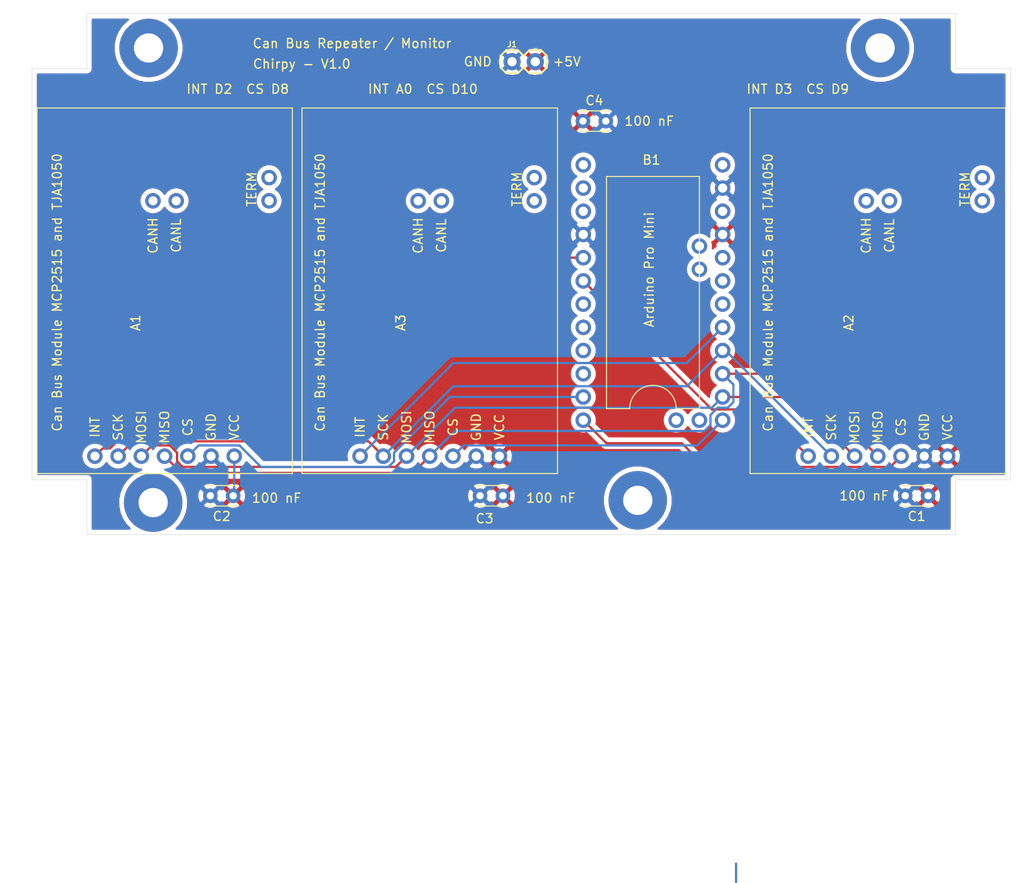
<source format=kicad_pcb>
(kicad_pcb (version 20171130) (host pcbnew "(5.1.4)-1")

  (general
    (thickness 1.6)
    (drawings 27)
    (tracks 76)
    (zones 0)
    (modules 13)
    (nets 40)
  )

  (page A4)
  (layers
    (0 F.Cu signal)
    (31 B.Cu signal)
    (32 B.Adhes user)
    (33 F.Adhes user)
    (34 B.Paste user)
    (35 F.Paste user)
    (36 B.SilkS user)
    (37 F.SilkS user)
    (38 B.Mask user)
    (39 F.Mask user)
    (40 Dwgs.User user)
    (41 Cmts.User user)
    (42 Eco1.User user)
    (43 Eco2.User user)
    (44 Edge.Cuts user)
    (45 Margin user)
    (46 B.CrtYd user)
    (47 F.CrtYd user)
    (48 B.Fab user)
    (49 F.Fab user)
  )

  (setup
    (last_trace_width 0.25)
    (trace_clearance 0.2)
    (zone_clearance 0.508)
    (zone_45_only no)
    (trace_min 0.2)
    (via_size 0.8)
    (via_drill 0.4)
    (via_min_size 0.4)
    (via_min_drill 0.3)
    (uvia_size 0.3)
    (uvia_drill 0.1)
    (uvias_allowed no)
    (uvia_min_size 0.2)
    (uvia_min_drill 0.1)
    (edge_width 0.05)
    (segment_width 0.2)
    (pcb_text_width 0.3)
    (pcb_text_size 1.5 1.5)
    (mod_edge_width 0.12)
    (mod_text_size 1 1)
    (mod_text_width 0.15)
    (pad_size 1.524 1.524)
    (pad_drill 0.762)
    (pad_to_mask_clearance 0.051)
    (solder_mask_min_width 0.25)
    (aux_axis_origin 0 0)
    (visible_elements 7FFFFFFF)
    (pcbplotparams
      (layerselection 0x010f0_ffffffff)
      (usegerberextensions false)
      (usegerberattributes false)
      (usegerberadvancedattributes false)
      (creategerberjobfile false)
      (excludeedgelayer true)
      (linewidth 0.100000)
      (plotframeref false)
      (viasonmask false)
      (mode 1)
      (useauxorigin false)
      (hpglpennumber 1)
      (hpglpenspeed 20)
      (hpglpendiameter 15.000000)
      (psnegative false)
      (psa4output false)
      (plotreference true)
      (plotvalue true)
      (plotinvisibletext false)
      (padsonsilk false)
      (subtractmaskfromsilk false)
      (outputformat 1)
      (mirror false)
      (drillshape 0)
      (scaleselection 1)
      (outputdirectory ""))
  )

  (net 0 "")
  (net 1 "Net-(A1-Pad9)")
  (net 2 "Net-(A1-Pad8)")
  (net 3 "Net-(A1-Pad11)")
  (net 4 "Net-(A1-Pad10)")
  (net 5 +5V)
  (net 6 GND)
  (net 7 "Net-(A1-Pad5)")
  (net 8 "Net-(A1-Pad4)")
  (net 9 "Net-(A1-Pad3)")
  (net 10 "Net-(A1-Pad2)")
  (net 11 "Net-(A1-Pad1)")
  (net 12 "Net-(A2-Pad9)")
  (net 13 "Net-(A2-Pad8)")
  (net 14 "Net-(A2-Pad11)")
  (net 15 "Net-(A2-Pad10)")
  (net 16 "Net-(A2-Pad5)")
  (net 17 "Net-(A2-Pad1)")
  (net 18 "Net-(A3-Pad9)")
  (net 19 "Net-(A3-Pad8)")
  (net 20 "Net-(A3-Pad11)")
  (net 21 "Net-(A3-Pad10)")
  (net 22 "Net-(A3-Pad5)")
  (net 23 "Net-(A3-Pad1)")
  (net 24 "Net-(B1-PadA6)")
  (net 25 "Net-(B1-PadA7)")
  (net 26 "Net-(B1-PadA4)")
  (net 27 "Net-(B1-PadA5)")
  (net 28 "Net-(B1-Pad10)")
  (net 29 "Net-(B1-Pad9)")
  (net 30 "Net-(B1-Pad8)")
  (net 31 "Net-(B1-Pad7)")
  (net 32 "Net-(B1-Pad3)")
  (net 33 "Net-(B1-Pad1)")
  (net 34 "Net-(B1-Pad2)")
  (net 35 "Net-(B1-Pad24)")
  (net 36 "Net-(B1-Pad22)")
  (net 37 "Net-(B1-Pad20)")
  (net 38 "Net-(B1-Pad19)")
  (net 39 "Net-(B1-Pad18)")

  (net_class Default "This is the default net class."
    (clearance 0.2)
    (trace_width 0.25)
    (via_dia 0.8)
    (via_drill 0.4)
    (uvia_dia 0.3)
    (uvia_drill 0.1)
    (add_net +5V)
    (add_net GND)
    (add_net "Net-(A1-Pad1)")
    (add_net "Net-(A1-Pad10)")
    (add_net "Net-(A1-Pad11)")
    (add_net "Net-(A1-Pad2)")
    (add_net "Net-(A1-Pad3)")
    (add_net "Net-(A1-Pad4)")
    (add_net "Net-(A1-Pad5)")
    (add_net "Net-(A1-Pad8)")
    (add_net "Net-(A1-Pad9)")
    (add_net "Net-(A2-Pad1)")
    (add_net "Net-(A2-Pad10)")
    (add_net "Net-(A2-Pad11)")
    (add_net "Net-(A2-Pad5)")
    (add_net "Net-(A2-Pad8)")
    (add_net "Net-(A2-Pad9)")
    (add_net "Net-(A3-Pad1)")
    (add_net "Net-(A3-Pad10)")
    (add_net "Net-(A3-Pad11)")
    (add_net "Net-(A3-Pad5)")
    (add_net "Net-(A3-Pad8)")
    (add_net "Net-(A3-Pad9)")
    (add_net "Net-(B1-Pad1)")
    (add_net "Net-(B1-Pad10)")
    (add_net "Net-(B1-Pad18)")
    (add_net "Net-(B1-Pad19)")
    (add_net "Net-(B1-Pad2)")
    (add_net "Net-(B1-Pad20)")
    (add_net "Net-(B1-Pad22)")
    (add_net "Net-(B1-Pad24)")
    (add_net "Net-(B1-Pad3)")
    (add_net "Net-(B1-Pad7)")
    (add_net "Net-(B1-Pad8)")
    (add_net "Net-(B1-Pad9)")
    (add_net "Net-(B1-PadA4)")
    (add_net "Net-(B1-PadA5)")
    (add_net "Net-(B1-PadA6)")
    (add_net "Net-(B1-PadA7)")
  )

  (module MountingHole:MountingHole_3.2mm_M3_Pad (layer F.Cu) (tedit 56D1B4CB) (tstamp 5E73BF7C)
    (at 112.25 121.5)
    (descr "Mounting Hole 3.2mm, M3")
    (tags "mounting hole 3.2mm m3")
    (attr virtual)
    (fp_text reference REF** (at 0 -4.2) (layer F.SilkS) hide
      (effects (font (size 1 1) (thickness 0.15)))
    )
    (fp_text value MountingHole_3.2mm_M3_Pad (at 0 4.2) (layer F.Fab)
      (effects (font (size 1 1) (thickness 0.15)))
    )
    (fp_circle (center 0 0) (end 3.45 0) (layer F.CrtYd) (width 0.05))
    (fp_circle (center 0 0) (end 3.2 0) (layer Cmts.User) (width 0.15))
    (fp_text user %R (at 0.3 0) (layer F.Fab)
      (effects (font (size 1 1) (thickness 0.15)))
    )
    (pad 1 thru_hole circle (at 0 0) (size 6.4 6.4) (drill 3.2) (layers *.Cu *.Mask))
  )

  (module MountingHole:MountingHole_3.2mm_M3_Pad (layer F.Cu) (tedit 56D1B4CB) (tstamp 5E73BF47)
    (at 165.25 121.25)
    (descr "Mounting Hole 3.2mm, M3")
    (tags "mounting hole 3.2mm m3")
    (attr virtual)
    (fp_text reference REF** (at 0 -4.2) (layer F.SilkS) hide
      (effects (font (size 1 1) (thickness 0.15)))
    )
    (fp_text value MountingHole_3.2mm_M3_Pad (at 0 4.2) (layer F.Fab)
      (effects (font (size 1 1) (thickness 0.15)))
    )
    (fp_text user %R (at 0.3 0) (layer F.Fab)
      (effects (font (size 1 1) (thickness 0.15)))
    )
    (fp_circle (center 0 0) (end 3.2 0) (layer Cmts.User) (width 0.15))
    (fp_circle (center 0 0) (end 3.45 0) (layer F.CrtYd) (width 0.05))
    (pad 1 thru_hole circle (at 0 0) (size 6.4 6.4) (drill 3.2) (layers *.Cu *.Mask))
  )

  (module MountingHole:MountingHole_3.2mm_M3_Pad (layer F.Cu) (tedit 56D1B4CB) (tstamp 5E73BEDE)
    (at 111.75 71.75)
    (descr "Mounting Hole 3.2mm, M3")
    (tags "mounting hole 3.2mm m3")
    (attr virtual)
    (fp_text reference REF** (at 0 -4.2) (layer F.SilkS) hide
      (effects (font (size 1 1) (thickness 0.15)))
    )
    (fp_text value MountingHole_3.2mm_M3_Pad (at 0 4.2) (layer F.Fab)
      (effects (font (size 1 1) (thickness 0.15)))
    )
    (fp_text user %R (at 0.3 0) (layer F.Fab)
      (effects (font (size 1 1) (thickness 0.15)))
    )
    (fp_circle (center 0 0) (end 3.2 0) (layer Cmts.User) (width 0.15))
    (fp_circle (center 0 0) (end 3.45 0) (layer F.CrtYd) (width 0.05))
    (pad 1 thru_hole circle (at 0 0) (size 6.4 6.4) (drill 3.2) (layers *.Cu *.Mask))
  )

  (module MountingHole:MountingHole_3.2mm_M3_Pad (layer F.Cu) (tedit 56D1B4CB) (tstamp 5E73BE98)
    (at 191.75 71.75)
    (descr "Mounting Hole 3.2mm, M3")
    (tags "mounting hole 3.2mm m3")
    (attr virtual)
    (fp_text reference REF** (at 0 -4.2) (layer F.SilkS) hide
      (effects (font (size 1 1) (thickness 0.15)))
    )
    (fp_text value MountingHole_3.2mm_M3_Pad (at 0 4.2) (layer F.Fab)
      (effects (font (size 1 1) (thickness 0.15)))
    )
    (fp_circle (center 0 0) (end 3.45 0) (layer F.CrtYd) (width 0.05))
    (fp_circle (center 0 0) (end 3.2 0) (layer Cmts.User) (width 0.15))
    (fp_text user %R (at 0.3 0) (layer F.Fab)
      (effects (font (size 1 1) (thickness 0.15)))
    )
    (pad 1 thru_hole circle (at 0 0) (size 6.4 6.4) (drill 3.2) (layers *.Cu *.Mask))
  )

  (module Connectors:1X02 (layer F.Cu) (tedit 5963D0E5) (tstamp 5E72EA48)
    (at 151.5 73.25)
    (descr "PLATED THROUGH HOLE")
    (tags "PLATED THROUGH HOLE")
    (path /5E788526)
    (attr virtual)
    (fp_text reference J1 (at 0 -1.905) (layer F.SilkS)
      (effects (font (size 0.6096 0.6096) (thickness 0.127)))
    )
    (fp_text value CONN_02 (at 0 1.905) (layer F.SilkS) hide
      (effects (font (size 0.6096 0.6096) (thickness 0.127)))
    )
    (fp_line (start 3.81 -0.635) (end 3.81 0.635) (layer F.SilkS) (width 0.2032))
    (fp_line (start 0.635 1.27) (end -0.635 1.27) (layer F.SilkS) (width 0.2032))
    (fp_line (start -1.27 0.635) (end -0.635 1.27) (layer F.SilkS) (width 0.2032))
    (fp_line (start -0.635 -1.27) (end -1.27 -0.635) (layer F.SilkS) (width 0.2032))
    (fp_line (start -1.27 -0.635) (end -1.27 0.635) (layer F.SilkS) (width 0.2032))
    (fp_line (start 1.905 1.27) (end 1.27 0.635) (layer F.SilkS) (width 0.2032))
    (fp_line (start 3.175 1.27) (end 1.905 1.27) (layer F.SilkS) (width 0.2032))
    (fp_line (start 3.81 0.635) (end 3.175 1.27) (layer F.SilkS) (width 0.2032))
    (fp_line (start 3.175 -1.27) (end 3.81 -0.635) (layer F.SilkS) (width 0.2032))
    (fp_line (start 1.905 -1.27) (end 3.175 -1.27) (layer F.SilkS) (width 0.2032))
    (fp_line (start 1.27 -0.635) (end 1.905 -1.27) (layer F.SilkS) (width 0.2032))
    (fp_line (start 1.27 0.635) (end 0.635 1.27) (layer F.SilkS) (width 0.2032))
    (fp_line (start 0.635 -1.27) (end 1.27 -0.635) (layer F.SilkS) (width 0.2032))
    (fp_line (start -0.635 -1.27) (end 0.635 -1.27) (layer F.SilkS) (width 0.2032))
    (pad 2 thru_hole circle (at 2.54 0) (size 1.8796 1.8796) (drill 1.016) (layers *.Cu *.Mask)
      (net 5 +5V) (solder_mask_margin 0.1016))
    (pad 1 thru_hole circle (at 0 0) (size 1.8796 1.8796) (drill 1.016) (layers *.Cu *.Mask)
      (net 6 GND) (solder_mask_margin 0.1016))
  )

  (module Capacitor_THT:C_Disc_D3.0mm_W2.0mm_P2.50mm (layer F.Cu) (tedit 5AE50EF0) (tstamp 5E72EA34)
    (at 159.25 79.75)
    (descr "C, Disc series, Radial, pin pitch=2.50mm, , diameter*width=3*2mm^2, Capacitor")
    (tags "C Disc series Radial pin pitch 2.50mm  diameter 3mm width 2mm Capacitor")
    (path /5E77CE4F)
    (fp_text reference C4 (at 1.25 -2.25) (layer F.SilkS)
      (effects (font (size 1 1) (thickness 0.15)))
    )
    (fp_text value "100 nF" (at 1.25 2.25) (layer F.Fab)
      (effects (font (size 1 1) (thickness 0.15)))
    )
    (fp_text user %R (at 1.25 0) (layer F.Fab)
      (effects (font (size 0.6 0.6) (thickness 0.09)))
    )
    (fp_line (start 3.55 -1.25) (end -1.05 -1.25) (layer F.CrtYd) (width 0.05))
    (fp_line (start 3.55 1.25) (end 3.55 -1.25) (layer F.CrtYd) (width 0.05))
    (fp_line (start -1.05 1.25) (end 3.55 1.25) (layer F.CrtYd) (width 0.05))
    (fp_line (start -1.05 -1.25) (end -1.05 1.25) (layer F.CrtYd) (width 0.05))
    (fp_line (start 2.87 1.055) (end 2.87 1.12) (layer F.SilkS) (width 0.12))
    (fp_line (start 2.87 -1.12) (end 2.87 -1.055) (layer F.SilkS) (width 0.12))
    (fp_line (start -0.37 1.055) (end -0.37 1.12) (layer F.SilkS) (width 0.12))
    (fp_line (start -0.37 -1.12) (end -0.37 -1.055) (layer F.SilkS) (width 0.12))
    (fp_line (start -0.37 1.12) (end 2.87 1.12) (layer F.SilkS) (width 0.12))
    (fp_line (start -0.37 -1.12) (end 2.87 -1.12) (layer F.SilkS) (width 0.12))
    (fp_line (start 2.75 -1) (end -0.25 -1) (layer F.Fab) (width 0.1))
    (fp_line (start 2.75 1) (end 2.75 -1) (layer F.Fab) (width 0.1))
    (fp_line (start -0.25 1) (end 2.75 1) (layer F.Fab) (width 0.1))
    (fp_line (start -0.25 -1) (end -0.25 1) (layer F.Fab) (width 0.1))
    (pad 2 thru_hole circle (at 2.5 0) (size 1.6 1.6) (drill 0.8) (layers *.Cu *.Mask)
      (net 6 GND))
    (pad 1 thru_hole circle (at 0 0) (size 1.6 1.6) (drill 0.8) (layers *.Cu *.Mask)
      (net 5 +5V))
    (model ${KISYS3DMOD}/Capacitor_THT.3dshapes/C_Disc_D3.0mm_W2.0mm_P2.50mm.wrl
      (at (xyz 0 0 0))
      (scale (xyz 1 1 1))
      (rotate (xyz 0 0 0))
    )
  )

  (module Capacitor_THT:C_Disc_D3.0mm_W2.0mm_P2.50mm (layer F.Cu) (tedit 5AE50EF0) (tstamp 5E72EA1F)
    (at 148 120.75)
    (descr "C, Disc series, Radial, pin pitch=2.50mm, , diameter*width=3*2mm^2, Capacitor")
    (tags "C Disc series Radial pin pitch 2.50mm  diameter 3mm width 2mm Capacitor")
    (path /5E74FDA6)
    (fp_text reference C3 (at 0.5 2.5) (layer F.SilkS)
      (effects (font (size 1 1) (thickness 0.15)))
    )
    (fp_text value "100 nF" (at 1.25 2.25) (layer F.Fab)
      (effects (font (size 1 1) (thickness 0.15)))
    )
    (fp_text user %R (at 1.25 0) (layer F.Fab)
      (effects (font (size 0.6 0.6) (thickness 0.09)))
    )
    (fp_line (start 3.55 -1.25) (end -1.05 -1.25) (layer F.CrtYd) (width 0.05))
    (fp_line (start 3.55 1.25) (end 3.55 -1.25) (layer F.CrtYd) (width 0.05))
    (fp_line (start -1.05 1.25) (end 3.55 1.25) (layer F.CrtYd) (width 0.05))
    (fp_line (start -1.05 -1.25) (end -1.05 1.25) (layer F.CrtYd) (width 0.05))
    (fp_line (start 2.87 1.055) (end 2.87 1.12) (layer F.SilkS) (width 0.12))
    (fp_line (start 2.87 -1.12) (end 2.87 -1.055) (layer F.SilkS) (width 0.12))
    (fp_line (start -0.37 1.055) (end -0.37 1.12) (layer F.SilkS) (width 0.12))
    (fp_line (start -0.37 -1.12) (end -0.37 -1.055) (layer F.SilkS) (width 0.12))
    (fp_line (start -0.37 1.12) (end 2.87 1.12) (layer F.SilkS) (width 0.12))
    (fp_line (start -0.37 -1.12) (end 2.87 -1.12) (layer F.SilkS) (width 0.12))
    (fp_line (start 2.75 -1) (end -0.25 -1) (layer F.Fab) (width 0.1))
    (fp_line (start 2.75 1) (end 2.75 -1) (layer F.Fab) (width 0.1))
    (fp_line (start -0.25 1) (end 2.75 1) (layer F.Fab) (width 0.1))
    (fp_line (start -0.25 -1) (end -0.25 1) (layer F.Fab) (width 0.1))
    (pad 2 thru_hole circle (at 2.5 0) (size 1.6 1.6) (drill 0.8) (layers *.Cu *.Mask)
      (net 5 +5V))
    (pad 1 thru_hole circle (at 0 0) (size 1.6 1.6) (drill 0.8) (layers *.Cu *.Mask)
      (net 6 GND))
    (model ${KISYS3DMOD}/Capacitor_THT.3dshapes/C_Disc_D3.0mm_W2.0mm_P2.50mm.wrl
      (at (xyz 0 0 0))
      (scale (xyz 1 1 1))
      (rotate (xyz 0 0 0))
    )
  )

  (module Capacitor_THT:C_Disc_D3.0mm_W2.0mm_P2.50mm (layer F.Cu) (tedit 5AE50EF0) (tstamp 5E72EA0A)
    (at 121 120.75 180)
    (descr "C, Disc series, Radial, pin pitch=2.50mm, , diameter*width=3*2mm^2, Capacitor")
    (tags "C Disc series Radial pin pitch 2.50mm  diameter 3mm width 2mm Capacitor")
    (path /5E777E62)
    (fp_text reference C2 (at 1.25 -2.25) (layer F.SilkS)
      (effects (font (size 1 1) (thickness 0.15)))
    )
    (fp_text value "100 nF" (at 1.25 2.25) (layer F.Fab)
      (effects (font (size 1 1) (thickness 0.15)))
    )
    (fp_text user %R (at 1.25 0) (layer F.Fab)
      (effects (font (size 0.6 0.6) (thickness 0.09)))
    )
    (fp_line (start 3.55 -1.25) (end -1.05 -1.25) (layer F.CrtYd) (width 0.05))
    (fp_line (start 3.55 1.25) (end 3.55 -1.25) (layer F.CrtYd) (width 0.05))
    (fp_line (start -1.05 1.25) (end 3.55 1.25) (layer F.CrtYd) (width 0.05))
    (fp_line (start -1.05 -1.25) (end -1.05 1.25) (layer F.CrtYd) (width 0.05))
    (fp_line (start 2.87 1.055) (end 2.87 1.12) (layer F.SilkS) (width 0.12))
    (fp_line (start 2.87 -1.12) (end 2.87 -1.055) (layer F.SilkS) (width 0.12))
    (fp_line (start -0.37 1.055) (end -0.37 1.12) (layer F.SilkS) (width 0.12))
    (fp_line (start -0.37 -1.12) (end -0.37 -1.055) (layer F.SilkS) (width 0.12))
    (fp_line (start -0.37 1.12) (end 2.87 1.12) (layer F.SilkS) (width 0.12))
    (fp_line (start -0.37 -1.12) (end 2.87 -1.12) (layer F.SilkS) (width 0.12))
    (fp_line (start 2.75 -1) (end -0.25 -1) (layer F.Fab) (width 0.1))
    (fp_line (start 2.75 1) (end 2.75 -1) (layer F.Fab) (width 0.1))
    (fp_line (start -0.25 1) (end 2.75 1) (layer F.Fab) (width 0.1))
    (fp_line (start -0.25 -1) (end -0.25 1) (layer F.Fab) (width 0.1))
    (pad 2 thru_hole circle (at 2.5 0 180) (size 1.6 1.6) (drill 0.8) (layers *.Cu *.Mask)
      (net 6 GND))
    (pad 1 thru_hole circle (at 0 0 180) (size 1.6 1.6) (drill 0.8) (layers *.Cu *.Mask)
      (net 5 +5V))
    (model ${KISYS3DMOD}/Capacitor_THT.3dshapes/C_Disc_D3.0mm_W2.0mm_P2.50mm.wrl
      (at (xyz 0 0 0))
      (scale (xyz 1 1 1))
      (rotate (xyz 0 0 0))
    )
  )

  (module Capacitor_THT:C_Disc_D3.0mm_W2.0mm_P2.50mm (layer F.Cu) (tedit 5AE50EF0) (tstamp 5E72E9F5)
    (at 197 120.75 180)
    (descr "C, Disc series, Radial, pin pitch=2.50mm, , diameter*width=3*2mm^2, Capacitor")
    (tags "C Disc series Radial pin pitch 2.50mm  diameter 3mm width 2mm Capacitor")
    (path /5E76277A)
    (fp_text reference C1 (at 1.25 -2.25) (layer F.SilkS)
      (effects (font (size 1 1) (thickness 0.15)))
    )
    (fp_text value "100 nF" (at 1.25 2.25) (layer F.Fab)
      (effects (font (size 1 1) (thickness 0.15)))
    )
    (fp_text user %R (at 1.25 0) (layer F.Fab)
      (effects (font (size 0.6 0.6) (thickness 0.09)))
    )
    (fp_line (start 3.55 -1.25) (end -1.05 -1.25) (layer F.CrtYd) (width 0.05))
    (fp_line (start 3.55 1.25) (end 3.55 -1.25) (layer F.CrtYd) (width 0.05))
    (fp_line (start -1.05 1.25) (end 3.55 1.25) (layer F.CrtYd) (width 0.05))
    (fp_line (start -1.05 -1.25) (end -1.05 1.25) (layer F.CrtYd) (width 0.05))
    (fp_line (start 2.87 1.055) (end 2.87 1.12) (layer F.SilkS) (width 0.12))
    (fp_line (start 2.87 -1.12) (end 2.87 -1.055) (layer F.SilkS) (width 0.12))
    (fp_line (start -0.37 1.055) (end -0.37 1.12) (layer F.SilkS) (width 0.12))
    (fp_line (start -0.37 -1.12) (end -0.37 -1.055) (layer F.SilkS) (width 0.12))
    (fp_line (start -0.37 1.12) (end 2.87 1.12) (layer F.SilkS) (width 0.12))
    (fp_line (start -0.37 -1.12) (end 2.87 -1.12) (layer F.SilkS) (width 0.12))
    (fp_line (start 2.75 -1) (end -0.25 -1) (layer F.Fab) (width 0.1))
    (fp_line (start 2.75 1) (end 2.75 -1) (layer F.Fab) (width 0.1))
    (fp_line (start -0.25 1) (end 2.75 1) (layer F.Fab) (width 0.1))
    (fp_line (start -0.25 -1) (end -0.25 1) (layer F.Fab) (width 0.1))
    (pad 2 thru_hole circle (at 2.5 0 180) (size 1.6 1.6) (drill 0.8) (layers *.Cu *.Mask)
      (net 6 GND))
    (pad 1 thru_hole circle (at 0 0 180) (size 1.6 1.6) (drill 0.8) (layers *.Cu *.Mask)
      (net 5 +5V))
    (model ${KISYS3DMOD}/Capacitor_THT.3dshapes/C_Disc_D3.0mm_W2.0mm_P2.50mm.wrl
      (at (xyz 0 0 0))
      (scale (xyz 1 1 1))
      (rotate (xyz 0 0 0))
    )
  )

  (module myOwnLib:Arduino_Pro_Mini_Generic (layer F.Cu) (tedit 5E0B5D7D) (tstamp 5E72E9E0)
    (at 156.75 82 180)
    (path /5E71EC70)
    (fp_text reference B1 (at -10 -2) (layer F.SilkS)
      (effects (font (size 1 1) (thickness 0.15)))
    )
    (fp_text value ARDUINO_PRO_MINI_GENERIC (at -10 -15 90) (layer F.Fab)
      (effects (font (size 1 1) (thickness 0.15)))
    )
    (fp_line (start -15.24 -29.21) (end -12.7 -29.21) (layer F.SilkS) (width 0.12))
    (fp_line (start -5.08 -29.21) (end -7.62 -29.21) (layer F.SilkS) (width 0.12))
    (fp_line (start -5.08 -3.81) (end -5.08 -29.21) (layer F.SilkS) (width 0.12))
    (fp_arc (start -10.16 -29.21) (end -12.7 -29.21) (angle -180) (layer F.SilkS) (width 0.12))
    (fp_line (start -15.24 -3.81) (end -5.08 -3.81) (layer F.SilkS) (width 0.12))
    (fp_line (start -15.24 -29.21) (end -15.24 -3.81) (layer F.SilkS) (width 0.12))
    (pad A6 thru_hole circle (at -12.7 -30.48 180) (size 1.7 1.7) (drill 1.016) (layers *.Cu *.Mask)
      (net 24 "Net-(B1-PadA6)"))
    (pad A7 thru_hole circle (at -15.24 -30.48 180) (size 1.7 1.7) (drill 1.016) (layers *.Cu *.Mask)
      (net 25 "Net-(B1-PadA7)"))
    (pad A4 thru_hole circle (at -15.24 -13.97 180) (size 1.7 1.7) (drill 1.016) (layers *.Cu *.Mask)
      (net 26 "Net-(B1-PadA4)"))
    (pad A5 thru_hole circle (at -15.24 -11.43 180) (size 1.7 1.7) (drill 1.016) (layers *.Cu *.Mask)
      (net 27 "Net-(B1-PadA5)"))
    (pad 12 thru_hole circle (at -2.54 -30.48 180) (size 1.7 1.7) (drill 1.016) (layers *.Cu *.Mask)
      (net 16 "Net-(A2-Pad5)"))
    (pad 11 thru_hole circle (at -2.54 -27.94 180) (size 1.7 1.7) (drill 1.016) (layers *.Cu *.Mask)
      (net 7 "Net-(A1-Pad5)"))
    (pad 10 thru_hole circle (at -2.54 -25.4 180) (size 1.7 1.7) (drill 1.016) (layers *.Cu *.Mask)
      (net 28 "Net-(B1-Pad10)"))
    (pad 9 thru_hole circle (at -2.54 -22.86 180) (size 1.7 1.7) (drill 1.016) (layers *.Cu *.Mask)
      (net 29 "Net-(B1-Pad9)"))
    (pad 8 thru_hole circle (at -2.54 -20.32 180) (size 1.7 1.7) (drill 1.016) (layers *.Cu *.Mask)
      (net 30 "Net-(B1-Pad8)"))
    (pad 7 thru_hole circle (at -2.54 -17.78 180) (size 1.7 1.7) (drill 1.016) (layers *.Cu *.Mask)
      (net 31 "Net-(B1-Pad7)"))
    (pad 6 thru_hole circle (at -2.54 -15.24 180) (size 1.7 1.7) (drill 1.016) (layers *.Cu *.Mask)
      (net 17 "Net-(A2-Pad1)"))
    (pad 5 thru_hole circle (at -2.54 -12.7 180) (size 1.7 1.7) (drill 1.016) (layers *.Cu *.Mask)
      (net 11 "Net-(A1-Pad1)"))
    (pad 4 thru_hole circle (at -2.54 -10.16 180) (size 1.7 1.7) (drill 1.016) (layers *.Cu *.Mask)
      (net 6 GND))
    (pad 3 thru_hole circle (at -2.54 -7.62 180) (size 1.7 1.7) (drill 1.016) (layers *.Cu *.Mask)
      (net 32 "Net-(B1-Pad3)"))
    (pad 1 thru_hole circle (at -2.54 -2.54 180) (size 1.7 1.7) (drill 1.016) (layers *.Cu *.Mask)
      (net 33 "Net-(B1-Pad1)"))
    (pad 2 thru_hole circle (at -2.54 -5.08 180) (size 1.7 1.7) (drill 1.016) (layers *.Cu *.Mask)
      (net 34 "Net-(B1-Pad2)"))
    (pad 24 thru_hole circle (at -17.78 -2.54 180) (size 1.7 1.7) (drill 1.016) (layers *.Cu *.Mask)
      (net 35 "Net-(B1-Pad24)"))
    (pad 23 thru_hole circle (at -17.78 -5.08 180) (size 1.7 1.7) (drill 1.016) (layers *.Cu *.Mask)
      (net 6 GND))
    (pad 22 thru_hole circle (at -17.78 -7.62 180) (size 1.7 1.7) (drill 1.016) (layers *.Cu *.Mask)
      (net 36 "Net-(B1-Pad22)"))
    (pad 21 thru_hole circle (at -17.78 -10.16 180) (size 1.7 1.7) (drill 1.016) (layers *.Cu *.Mask)
      (net 5 +5V))
    (pad 20 thru_hole circle (at -17.78 -12.7 180) (size 1.7 1.7) (drill 1.016) (layers *.Cu *.Mask)
      (net 37 "Net-(B1-Pad20)"))
    (pad 19 thru_hole circle (at -17.78 -15.24 180) (size 1.7 1.7) (drill 1.016) (layers *.Cu *.Mask)
      (net 38 "Net-(B1-Pad19)"))
    (pad 18 thru_hole circle (at -17.78 -17.78 180) (size 1.7 1.7) (drill 1.016) (layers *.Cu *.Mask)
      (net 39 "Net-(B1-Pad18)"))
    (pad 17 thru_hole circle (at -17.78 -20.32 180) (size 1.7 1.7) (drill 1.016) (layers *.Cu *.Mask)
      (net 23 "Net-(A3-Pad1)"))
    (pad 16 thru_hole circle (at -17.78 -22.86 180) (size 1.7 1.7) (drill 1.016) (layers *.Cu *.Mask)
      (net 10 "Net-(A1-Pad2)"))
    (pad 15 thru_hole circle (at -17.78 -25.4 180) (size 1.7 1.7) (drill 1.016) (layers *.Cu *.Mask)
      (net 8 "Net-(A1-Pad4)"))
    (pad 14 thru_hole circle (at -17.78 -27.94 180) (size 1.7 1.7) (drill 1.016) (layers *.Cu *.Mask)
      (net 9 "Net-(A1-Pad3)"))
    (pad 13 thru_hole circle (at -17.78 -30.48 180) (size 1.7 1.7) (drill 1.016) (layers *.Cu *.Mask)
      (net 22 "Net-(A3-Pad5)"))
  )

  (module myOwnLib:CanBusModule1 (layer F.Cu) (tedit 5E714300) (tstamp 5E72E9BA)
    (at 142.5 98 90)
    (path /5E7238E6)
    (fp_text reference A3 (at -3.81 -3.175 90) (layer F.SilkS)
      (effects (font (size 1 1) (thickness 0.15)))
    )
    (fp_text value CanBusModule1 (at -1.905 -8.255 90) (layer F.Fab)
      (effects (font (size 1 1) (thickness 0.15)))
    )
    (fp_text user TERM (at 10.795 9.525 90) (layer F.SilkS)
      (effects (font (size 1 1) (thickness 0.15)))
    )
    (fp_text user CANL (at 5.715 1.27 90) (layer F.SilkS)
      (effects (font (size 1 1) (thickness 0.15)))
    )
    (fp_text user CANH (at 5.715 -1.27 90) (layer F.SilkS)
      (effects (font (size 1 1) (thickness 0.15)))
    )
    (fp_text user VCC (at -15.24 7.62 90) (layer F.SilkS)
      (effects (font (size 1 1) (thickness 0.15)))
    )
    (fp_text user GND (at -15.24 5.08 90) (layer F.SilkS)
      (effects (font (size 1 1) (thickness 0.15)))
    )
    (fp_text user CS (at -15.24 2.54 90) (layer F.SilkS)
      (effects (font (size 1 1) (thickness 0.15)))
    )
    (fp_text user MISO (at -15.24 0 90) (layer F.SilkS)
      (effects (font (size 1 1) (thickness 0.15)))
    )
    (fp_text user MOSI (at -15.24 -2.54 90) (layer F.SilkS)
      (effects (font (size 1 1) (thickness 0.15)))
    )
    (fp_text user SCK (at -15.24 -5.08 90) (layer F.SilkS)
      (effects (font (size 1 1) (thickness 0.15)))
    )
    (fp_text user INT (at -15.24 -7.62 90) (layer F.SilkS)
      (effects (font (size 1 1) (thickness 0.15)))
    )
    (fp_line (start -20.32 -13.97) (end -20.32 13.97) (layer F.CrtYd) (width 0.12))
    (fp_line (start 19.685 -13.97) (end -20.32 -13.97) (layer F.CrtYd) (width 0.12))
    (fp_line (start 19.685 13.97) (end 19.685 -13.97) (layer F.CrtYd) (width 0.12))
    (fp_line (start -20.32 13.97) (end 19.685 13.97) (layer F.CrtYd) (width 0.12))
    (fp_line (start -20.32 -13.97) (end -20.32 13.97) (layer F.SilkS) (width 0.12))
    (fp_line (start 19.685 -13.97) (end -20.32 -13.97) (layer F.SilkS) (width 0.12))
    (fp_line (start 19.685 13.97) (end 19.685 -13.97) (layer F.SilkS) (width 0.12))
    (fp_line (start -20.32 13.97) (end 19.685 13.97) (layer F.SilkS) (width 0.12))
    (pad 9 thru_hole circle (at 12.065 11.43 90) (size 1.7 1.7) (drill 1) (layers *.Cu *.Mask)
      (net 18 "Net-(A3-Pad9)"))
    (pad 8 thru_hole circle (at 9.525 11.43 90) (size 1.7 1.7) (drill 1) (layers *.Cu *.Mask)
      (net 19 "Net-(A3-Pad8)"))
    (pad 11 thru_hole circle (at 9.525 -1.27 90) (size 1.7 1.7) (drill 1) (layers *.Cu *.Mask)
      (net 20 "Net-(A3-Pad11)"))
    (pad 10 thru_hole circle (at 9.525 1.27 90) (size 1.7 1.7) (drill 1) (layers *.Cu *.Mask)
      (net 21 "Net-(A3-Pad10)"))
    (pad 7 thru_hole circle (at -18.415 7.62 90) (size 1.7 1.7) (drill 1) (layers *.Cu *.Mask)
      (net 5 +5V))
    (pad 6 thru_hole circle (at -18.415 5.08 90) (size 1.7 1.7) (drill 1) (layers *.Cu *.Mask)
      (net 6 GND))
    (pad 5 thru_hole circle (at -18.415 2.54 90) (size 1.7 1.7) (drill 1) (layers *.Cu *.Mask)
      (net 22 "Net-(A3-Pad5)"))
    (pad 4 thru_hole circle (at -18.415 0 90) (size 1.7 1.7) (drill 1) (layers *.Cu *.Mask)
      (net 8 "Net-(A1-Pad4)"))
    (pad 3 thru_hole circle (at -18.415 -2.54 90) (size 1.7 1.7) (drill 1) (layers *.Cu *.Mask)
      (net 9 "Net-(A1-Pad3)"))
    (pad 2 thru_hole circle (at -18.415 -5.08 90) (size 1.7 1.7) (drill 1) (layers *.Cu *.Mask)
      (net 10 "Net-(A1-Pad2)"))
    (pad 1 thru_hole circle (at -18.415 -7.62 90) (size 1.7 1.7) (drill 1) (layers *.Cu *.Mask)
      (net 23 "Net-(A3-Pad1)"))
  )

  (module myOwnLib:CanBusModule1 (layer F.Cu) (tedit 5E714300) (tstamp 5E72E999)
    (at 191.5 98 90)
    (path /5E723150)
    (fp_text reference A2 (at -3.81 -3.175 90) (layer F.SilkS)
      (effects (font (size 1 1) (thickness 0.15)))
    )
    (fp_text value CanBusModule1 (at -1.905 -8.255 90) (layer F.Fab)
      (effects (font (size 1 1) (thickness 0.15)))
    )
    (fp_text user TERM (at 10.795 9.525 90) (layer F.SilkS)
      (effects (font (size 1 1) (thickness 0.15)))
    )
    (fp_text user CANL (at 5.715 1.27 90) (layer F.SilkS)
      (effects (font (size 1 1) (thickness 0.15)))
    )
    (fp_text user CANH (at 5.715 -1.27 90) (layer F.SilkS)
      (effects (font (size 1 1) (thickness 0.15)))
    )
    (fp_text user VCC (at -15.24 7.62 90) (layer F.SilkS)
      (effects (font (size 1 1) (thickness 0.15)))
    )
    (fp_text user GND (at -15.24 5.08 90) (layer F.SilkS)
      (effects (font (size 1 1) (thickness 0.15)))
    )
    (fp_text user CS (at -15.24 2.54 90) (layer F.SilkS)
      (effects (font (size 1 1) (thickness 0.15)))
    )
    (fp_text user MISO (at -15.24 0 90) (layer F.SilkS)
      (effects (font (size 1 1) (thickness 0.15)))
    )
    (fp_text user MOSI (at -15.24 -2.54 90) (layer F.SilkS)
      (effects (font (size 1 1) (thickness 0.15)))
    )
    (fp_text user SCK (at -15.24 -5.08 90) (layer F.SilkS)
      (effects (font (size 1 1) (thickness 0.15)))
    )
    (fp_text user INT (at -15.24 -7.62 90) (layer F.SilkS)
      (effects (font (size 1 1) (thickness 0.15)))
    )
    (fp_line (start -20.32 -13.97) (end -20.32 13.97) (layer F.CrtYd) (width 0.12))
    (fp_line (start 19.685 -13.97) (end -20.32 -13.97) (layer F.CrtYd) (width 0.12))
    (fp_line (start 19.685 13.97) (end 19.685 -13.97) (layer F.CrtYd) (width 0.12))
    (fp_line (start -20.32 13.97) (end 19.685 13.97) (layer F.CrtYd) (width 0.12))
    (fp_line (start -20.32 -13.97) (end -20.32 13.97) (layer F.SilkS) (width 0.12))
    (fp_line (start 19.685 -13.97) (end -20.32 -13.97) (layer F.SilkS) (width 0.12))
    (fp_line (start 19.685 13.97) (end 19.685 -13.97) (layer F.SilkS) (width 0.12))
    (fp_line (start -20.32 13.97) (end 19.685 13.97) (layer F.SilkS) (width 0.12))
    (pad 9 thru_hole circle (at 12.065 11.43 90) (size 1.7 1.7) (drill 1) (layers *.Cu *.Mask)
      (net 12 "Net-(A2-Pad9)"))
    (pad 8 thru_hole circle (at 9.525 11.43 90) (size 1.7 1.7) (drill 1) (layers *.Cu *.Mask)
      (net 13 "Net-(A2-Pad8)"))
    (pad 11 thru_hole circle (at 9.525 -1.27 90) (size 1.7 1.7) (drill 1) (layers *.Cu *.Mask)
      (net 14 "Net-(A2-Pad11)"))
    (pad 10 thru_hole circle (at 9.525 1.27 90) (size 1.7 1.7) (drill 1) (layers *.Cu *.Mask)
      (net 15 "Net-(A2-Pad10)"))
    (pad 7 thru_hole circle (at -18.415 7.62 90) (size 1.7 1.7) (drill 1) (layers *.Cu *.Mask)
      (net 5 +5V))
    (pad 6 thru_hole circle (at -18.415 5.08 90) (size 1.7 1.7) (drill 1) (layers *.Cu *.Mask)
      (net 6 GND))
    (pad 5 thru_hole circle (at -18.415 2.54 90) (size 1.7 1.7) (drill 1) (layers *.Cu *.Mask)
      (net 16 "Net-(A2-Pad5)"))
    (pad 4 thru_hole circle (at -18.415 0 90) (size 1.7 1.7) (drill 1) (layers *.Cu *.Mask)
      (net 8 "Net-(A1-Pad4)"))
    (pad 3 thru_hole circle (at -18.415 -2.54 90) (size 1.7 1.7) (drill 1) (layers *.Cu *.Mask)
      (net 9 "Net-(A1-Pad3)"))
    (pad 2 thru_hole circle (at -18.415 -5.08 90) (size 1.7 1.7) (drill 1) (layers *.Cu *.Mask)
      (net 10 "Net-(A1-Pad2)"))
    (pad 1 thru_hole circle (at -18.415 -7.62 90) (size 1.7 1.7) (drill 1) (layers *.Cu *.Mask)
      (net 17 "Net-(A2-Pad1)"))
  )

  (module myOwnLib:CanBusModule1 (layer F.Cu) (tedit 5E714300) (tstamp 5E72E978)
    (at 113.5 98 90)
    (path /5E7223EF)
    (fp_text reference A1 (at -3.81 -3.175 90) (layer F.SilkS)
      (effects (font (size 1 1) (thickness 0.15)))
    )
    (fp_text value CanBusModule1 (at -1.905 -8.255 90) (layer F.Fab)
      (effects (font (size 1 1) (thickness 0.15)))
    )
    (fp_text user TERM (at 10.795 9.525 90) (layer F.SilkS)
      (effects (font (size 1 1) (thickness 0.15)))
    )
    (fp_text user CANL (at 5.715 1.27 90) (layer F.SilkS)
      (effects (font (size 1 1) (thickness 0.15)))
    )
    (fp_text user CANH (at 5.715 -1.27 90) (layer F.SilkS)
      (effects (font (size 1 1) (thickness 0.15)))
    )
    (fp_text user VCC (at -15.24 7.62 90) (layer F.SilkS)
      (effects (font (size 1 1) (thickness 0.15)))
    )
    (fp_text user GND (at -15.24 5.08 90) (layer F.SilkS)
      (effects (font (size 1 1) (thickness 0.15)))
    )
    (fp_text user CS (at -15.24 2.54 90) (layer F.SilkS)
      (effects (font (size 1 1) (thickness 0.15)))
    )
    (fp_text user MISO (at -15.24 0 90) (layer F.SilkS)
      (effects (font (size 1 1) (thickness 0.15)))
    )
    (fp_text user MOSI (at -15.24 -2.54 90) (layer F.SilkS)
      (effects (font (size 1 1) (thickness 0.15)))
    )
    (fp_text user SCK (at -15.24 -5.08 90) (layer F.SilkS)
      (effects (font (size 1 1) (thickness 0.15)))
    )
    (fp_text user INT (at -15.24 -7.62 90) (layer F.SilkS)
      (effects (font (size 1 1) (thickness 0.15)))
    )
    (fp_line (start -20.32 -13.97) (end -20.32 13.97) (layer F.CrtYd) (width 0.12))
    (fp_line (start 19.685 -13.97) (end -20.32 -13.97) (layer F.CrtYd) (width 0.12))
    (fp_line (start 19.685 13.97) (end 19.685 -13.97) (layer F.CrtYd) (width 0.12))
    (fp_line (start -20.32 13.97) (end 19.685 13.97) (layer F.CrtYd) (width 0.12))
    (fp_line (start -20.32 -13.97) (end -20.32 13.97) (layer F.SilkS) (width 0.12))
    (fp_line (start 19.685 -13.97) (end -20.32 -13.97) (layer F.SilkS) (width 0.12))
    (fp_line (start 19.685 13.97) (end 19.685 -13.97) (layer F.SilkS) (width 0.12))
    (fp_line (start -20.32 13.97) (end 19.685 13.97) (layer F.SilkS) (width 0.12))
    (pad 9 thru_hole circle (at 12.065 11.43 90) (size 1.7 1.7) (drill 1) (layers *.Cu *.Mask)
      (net 1 "Net-(A1-Pad9)"))
    (pad 8 thru_hole circle (at 9.525 11.43 90) (size 1.7 1.7) (drill 1) (layers *.Cu *.Mask)
      (net 2 "Net-(A1-Pad8)"))
    (pad 11 thru_hole circle (at 9.525 -1.27 90) (size 1.7 1.7) (drill 1) (layers *.Cu *.Mask)
      (net 3 "Net-(A1-Pad11)"))
    (pad 10 thru_hole circle (at 9.525 1.27 90) (size 1.7 1.7) (drill 1) (layers *.Cu *.Mask)
      (net 4 "Net-(A1-Pad10)"))
    (pad 7 thru_hole circle (at -18.415 7.62 90) (size 1.7 1.7) (drill 1) (layers *.Cu *.Mask)
      (net 5 +5V))
    (pad 6 thru_hole circle (at -18.415 5.08 90) (size 1.7 1.7) (drill 1) (layers *.Cu *.Mask)
      (net 6 GND))
    (pad 5 thru_hole circle (at -18.415 2.54 90) (size 1.7 1.7) (drill 1) (layers *.Cu *.Mask)
      (net 7 "Net-(A1-Pad5)"))
    (pad 4 thru_hole circle (at -18.415 0 90) (size 1.7 1.7) (drill 1) (layers *.Cu *.Mask)
      (net 8 "Net-(A1-Pad4)"))
    (pad 3 thru_hole circle (at -18.415 -2.54 90) (size 1.7 1.7) (drill 1) (layers *.Cu *.Mask)
      (net 9 "Net-(A1-Pad3)"))
    (pad 2 thru_hole circle (at -18.415 -5.08 90) (size 1.7 1.7) (drill 1) (layers *.Cu *.Mask)
      (net 10 "Net-(A1-Pad2)"))
    (pad 1 thru_hole circle (at -18.415 -7.62 90) (size 1.7 1.7) (drill 1) (layers *.Cu *.Mask)
      (net 11 "Net-(A1-Pad1)"))
  )

  (gr_text GND (at 147.75 73.25) (layer F.SilkS)
    (effects (font (size 1 1) (thickness 0.15)))
  )
  (gr_text +5V (at 157.5 73.25) (layer F.SilkS)
    (effects (font (size 1 1) (thickness 0.15)))
  )
  (gr_text "INT D3  CS D9" (at 182.75 76.25) (layer F.SilkS) (tstamp 5E73B9B0)
    (effects (font (size 1 1) (thickness 0.15)))
  )
  (gr_text "INT A0  CS D10" (at 141.75 76.25) (layer F.SilkS) (tstamp 5E73B9A3)
    (effects (font (size 1 1) (thickness 0.15)))
  )
  (gr_text "INT D2  CS D8" (at 121.5 76.25) (layer F.SilkS)
    (effects (font (size 1 1) (thickness 0.15)))
  )
  (gr_text "Can Bus Module MCP2515 and TJA1050" (at 179.5 98.5 90) (layer F.SilkS) (tstamp 5E73B870)
    (effects (font (size 1 1) (thickness 0.15)))
  )
  (gr_text "Can Bus Module MCP2515 and TJA1050" (at 130.5 98.5 90) (layer F.SilkS) (tstamp 5E73B86E)
    (effects (font (size 1 1) (thickness 0.15)))
  )
  (gr_text "Can Bus Module MCP2515 and TJA1050" (at 101.75 98.5 90) (layer F.SilkS)
    (effects (font (size 1 1) (thickness 0.15)))
  )
  (gr_text "Arduino Pro Mini" (at 166.5 96 90) (layer F.SilkS)
    (effects (font (size 1 1) (thickness 0.15)))
  )
  (gr_text "100 nF\n" (at 166.5 79.75) (layer F.SilkS) (tstamp 5E73B801)
    (effects (font (size 1 1) (thickness 0.15)))
  )
  (gr_text "100 nF\n" (at 125.75 121) (layer F.SilkS) (tstamp 5E73B7FF)
    (effects (font (size 1 1) (thickness 0.15)))
  )
  (gr_text "100 nF\n" (at 155.75 121) (layer F.SilkS) (tstamp 5E73B7FD)
    (effects (font (size 1 1) (thickness 0.15)))
  )
  (gr_text "100 nF\n" (at 190 120.75) (layer F.SilkS)
    (effects (font (size 1 1) (thickness 0.15)))
  )
  (gr_text "Chirpy - V1.0" (at 128.5 73.5) (layer F.SilkS)
    (effects (font (size 1 1) (thickness 0.15)))
  )
  (gr_text "Can Bus Repeater / Monitor" (at 134 71.25) (layer F.SilkS)
    (effects (font (size 1 1) (thickness 0.15)))
  )
  (gr_line (start 206 119) (end 206 74) (layer Edge.Cuts) (width 0.05))
  (gr_line (start 99 119) (end 105 119) (layer Edge.Cuts) (width 0.05))
  (gr_line (start 99 74) (end 99 119) (layer Edge.Cuts) (width 0.05))
  (gr_line (start 105 125) (end 200 125) (layer Edge.Cuts) (width 0.05))
  (gr_line (start 200 125) (end 200 119) (layer Edge.Cuts) (width 0.05))
  (gr_line (start 105 119) (end 105 125) (layer Edge.Cuts) (width 0.05) (tstamp 5E72EB3F))
  (gr_line (start 200 119) (end 206 119) (layer Edge.Cuts) (width 0.05))
  (gr_line (start 105 74) (end 99 74) (layer Edge.Cuts) (width 0.05))
  (gr_line (start 105 68) (end 105 74) (layer Edge.Cuts) (width 0.05))
  (gr_line (start 200 68) (end 105 68) (layer Edge.Cuts) (width 0.05))
  (gr_line (start 200 74) (end 200 68) (layer Edge.Cuts) (width 0.05))
  (gr_line (start 206 74) (end 200 74) (layer Edge.Cuts) (width 0.05))

  (segment (start 176 163) (end 176 161) (width 0.25) (layer B.Cu) (net 0))
  (segment (start 155.419999 111.115001) (end 163.115001 111.115001) (width 0.25) (layer F.Cu) (net 5))
  (segment (start 150.12 116.415) (end 155.419999 111.115001) (width 0.25) (layer F.Cu) (net 5))
  (segment (start 121.12 120.63) (end 121 120.75) (width 0.25) (layer B.Cu) (net 5))
  (segment (start 121.12 116.415) (end 121.12 120.63) (width 0.25) (layer B.Cu) (net 5))
  (segment (start 117.215001 115.239999) (end 116.889999 115.565001) (width 0.25) (layer B.Cu) (net 7))
  (segment (start 124.034003 117.590001) (end 121.684001 115.239999) (width 0.25) (layer B.Cu) (net 7))
  (segment (start 137.984001 117.590001) (end 124.034003 117.590001) (width 0.25) (layer B.Cu) (net 7))
  (segment (start 138.595001 116.979001) (end 137.984001 117.590001) (width 0.25) (layer B.Cu) (net 7))
  (segment (start 138.595001 116.040997) (end 138.595001 116.979001) (width 0.25) (layer B.Cu) (net 7))
  (segment (start 116.889999 115.565001) (end 116.04 116.415) (width 0.25) (layer B.Cu) (net 7))
  (segment (start 144.695998 109.94) (end 138.595001 116.040997) (width 0.25) (layer B.Cu) (net 7))
  (segment (start 121.684001 115.239999) (end 117.215001 115.239999) (width 0.25) (layer B.Cu) (net 7))
  (segment (start 159.29 109.94) (end 144.695998 109.94) (width 0.25) (layer B.Cu) (net 7))
  (segment (start 115.335 118.25) (end 140.665 118.25) (width 0.25) (layer F.Cu) (net 8))
  (segment (start 113.5 116.415) (end 115.335 118.25) (width 0.25) (layer F.Cu) (net 8))
  (segment (start 140.665 118.25) (end 141.650001 117.264999) (width 0.25) (layer F.Cu) (net 8))
  (segment (start 141.650001 117.264999) (end 142.5 116.415) (width 0.25) (layer F.Cu) (net 8))
  (segment (start 182.485 107.4) (end 174.53 107.4) (width 0.25) (layer F.Cu) (net 8))
  (segment (start 191.5 116.415) (end 182.485 107.4) (width 0.25) (layer F.Cu) (net 8))
  (segment (start 175.705001 110.504001) (end 175.705001 108.575001) (width 0.25) (layer B.Cu) (net 8))
  (segment (start 175.094001 111.115001) (end 175.705001 110.504001) (width 0.25) (layer B.Cu) (net 8))
  (segment (start 145.259999 113.655001) (end 172.554001 113.655001) (width 0.25) (layer B.Cu) (net 8))
  (segment (start 175.705001 108.575001) (end 175.379999 108.249999) (width 0.25) (layer B.Cu) (net 8))
  (segment (start 173.991409 111.115001) (end 175.094001 111.115001) (width 0.25) (layer B.Cu) (net 8))
  (segment (start 175.379999 108.249999) (end 174.53 107.4) (width 0.25) (layer B.Cu) (net 8))
  (segment (start 173.200009 111.906401) (end 173.991409 111.115001) (width 0.25) (layer B.Cu) (net 8))
  (segment (start 173.200009 113.008993) (end 173.200009 111.906401) (width 0.25) (layer B.Cu) (net 8))
  (segment (start 172.554001 113.655001) (end 173.200009 113.008993) (width 0.25) (layer B.Cu) (net 8))
  (segment (start 142.5 116.415) (end 145.259999 113.655001) (width 0.25) (layer B.Cu) (net 8))
  (segment (start 139.110001 117.264999) (end 139.96 116.415) (width 0.25) (layer F.Cu) (net 9))
  (segment (start 114.864999 116.979001) (end 115.475999 117.590001) (width 0.25) (layer F.Cu) (net 9))
  (segment (start 138.784999 117.590001) (end 139.110001 117.264999) (width 0.25) (layer F.Cu) (net 9))
  (segment (start 114.864999 116.040997) (end 114.864999 116.979001) (width 0.25) (layer F.Cu) (net 9))
  (segment (start 115.475999 117.590001) (end 138.784999 117.590001) (width 0.25) (layer F.Cu) (net 9))
  (segment (start 114.064001 115.239999) (end 114.864999 116.040997) (width 0.25) (layer F.Cu) (net 9))
  (segment (start 112.135001 115.239999) (end 114.064001 115.239999) (width 0.25) (layer F.Cu) (net 9))
  (segment (start 110.96 116.415) (end 112.135001 115.239999) (width 0.25) (layer F.Cu) (net 9))
  (segment (start 182.485 109.94) (end 174.53 109.94) (width 0.25) (layer F.Cu) (net 9))
  (segment (start 188.96 116.415) (end 182.485 109.94) (width 0.25) (layer F.Cu) (net 9))
  (segment (start 173.354999 111.115001) (end 173.680001 110.789999) (width 0.25) (layer B.Cu) (net 9))
  (segment (start 139.96 116.415) (end 145.259999 111.115001) (width 0.25) (layer B.Cu) (net 9))
  (segment (start 173.680001 110.789999) (end 174.53 109.94) (width 0.25) (layer B.Cu) (net 9))
  (segment (start 145.259999 111.115001) (end 173.354999 111.115001) (width 0.25) (layer B.Cu) (net 9))
  (segment (start 173.680001 105.709999) (end 174.53 104.86) (width 0.25) (layer B.Cu) (net 10))
  (segment (start 170.625001 108.764999) (end 173.680001 105.709999) (width 0.25) (layer B.Cu) (net 10))
  (segment (start 145.070001 108.764999) (end 170.625001 108.764999) (width 0.25) (layer B.Cu) (net 10))
  (segment (start 137.42 116.415) (end 145.070001 108.764999) (width 0.25) (layer B.Cu) (net 10))
  (segment (start 136.570001 115.565001) (end 137.42 116.415) (width 0.25) (layer F.Cu) (net 10))
  (segment (start 135.794988 114.789988) (end 136.570001 115.565001) (width 0.25) (layer F.Cu) (net 10))
  (segment (start 110.045012 114.789988) (end 135.794988 114.789988) (width 0.25) (layer F.Cu) (net 10))
  (segment (start 108.42 116.415) (end 110.045012 114.789988) (width 0.25) (layer F.Cu) (net 10))
  (segment (start 174.865 104.86) (end 174.53 104.86) (width 0.25) (layer B.Cu) (net 10))
  (segment (start 186.42 116.415) (end 174.865 104.86) (width 0.25) (layer B.Cu) (net 10))
  (segment (start 158.087919 94.7) (end 159.29 94.7) (width 0.25) (layer F.Cu) (net 11))
  (segment (start 128.395998 94.7) (end 158.087919 94.7) (width 0.25) (layer F.Cu) (net 11))
  (segment (start 107.530997 115.565001) (end 128.395998 94.7) (width 0.25) (layer F.Cu) (net 11))
  (segment (start 106.729999 115.565001) (end 107.530997 115.565001) (width 0.25) (layer F.Cu) (net 11))
  (segment (start 105.88 116.415) (end 106.729999 115.565001) (width 0.25) (layer F.Cu) (net 11))
  (segment (start 192.864999 117.590001) (end 172.659999 117.590001) (width 0.25) (layer F.Cu) (net 16))
  (segment (start 194.04 116.415) (end 192.864999 117.590001) (width 0.25) (layer F.Cu) (net 16))
  (segment (start 172.659999 117.590001) (end 170.069998 115) (width 0.25) (layer F.Cu) (net 16))
  (segment (start 161.81 115) (end 159.29 112.48) (width 0.25) (layer F.Cu) (net 16))
  (segment (start 170.069998 115) (end 161.81 115) (width 0.25) (layer F.Cu) (net 16))
  (segment (start 160.139999 98.089999) (end 159.29 97.24) (width 0.25) (layer F.Cu) (net 17))
  (segment (start 173.354999 111.304999) (end 160.139999 98.089999) (width 0.25) (layer F.Cu) (net 17))
  (segment (start 178.769999 111.304999) (end 173.354999 111.304999) (width 0.25) (layer F.Cu) (net 17))
  (segment (start 183.88 116.415) (end 178.769999 111.304999) (width 0.25) (layer F.Cu) (net 17))
  (segment (start 173.680001 113.329999) (end 174.53 112.48) (width 0.25) (layer B.Cu) (net 22))
  (segment (start 171.770001 115.239999) (end 173.680001 113.329999) (width 0.25) (layer B.Cu) (net 22))
  (segment (start 146.215001 115.239999) (end 171.770001 115.239999) (width 0.25) (layer B.Cu) (net 22))
  (segment (start 145.04 116.415) (end 146.215001 115.239999) (width 0.25) (layer B.Cu) (net 22))
  (segment (start 173.680001 103.169999) (end 174.53 102.32) (width 0.25) (layer B.Cu) (net 23))
  (segment (start 170.625001 106.224999) (end 173.680001 103.169999) (width 0.25) (layer B.Cu) (net 23))
  (segment (start 145.070001 106.224999) (end 170.625001 106.224999) (width 0.25) (layer B.Cu) (net 23))
  (segment (start 134.88 116.415) (end 145.070001 106.224999) (width 0.25) (layer B.Cu) (net 23))

  (zone (net 5) (net_name +5V) (layer F.Cu) (tstamp 5E73BBB2) (hatch edge 0.508)
    (connect_pads (clearance 0.508))
    (min_thickness 0.254)
    (fill yes (arc_segments 32) (thermal_gap 0.508) (thermal_bridge_width 0.508))
    (polygon
      (pts
        (xy 97.5 67) (xy 207.5 66.75) (xy 206.75 126.25) (xy 95.5 126) (xy 97.25 67.25)
      )
    )
    (filled_polygon
      (pts
        (xy 109.30533 68.771161) (xy 108.771161 69.30533) (xy 108.351467 69.933446) (xy 108.062377 70.631372) (xy 107.915 71.372285)
        (xy 107.915 72.127715) (xy 108.062377 72.868628) (xy 108.351467 73.566554) (xy 108.771161 74.19467) (xy 109.30533 74.728839)
        (xy 109.933446 75.148533) (xy 110.631372 75.437623) (xy 111.372285 75.585) (xy 112.127715 75.585) (xy 112.868628 75.437623)
        (xy 113.566554 75.148533) (xy 114.19467 74.728839) (xy 114.728839 74.19467) (xy 115.148533 73.566554) (xy 115.343899 73.094896)
        (xy 149.9252 73.094896) (xy 149.9252 73.405104) (xy 149.985718 73.709352) (xy 150.10443 73.995948) (xy 150.276773 74.253877)
        (xy 150.496123 74.473227) (xy 150.754052 74.64557) (xy 151.040648 74.764282) (xy 151.344896 74.8248) (xy 151.655104 74.8248)
        (xy 151.959352 74.764282) (xy 152.245948 74.64557) (xy 152.503877 74.473227) (xy 152.634628 74.342476) (xy 153.127129 74.342476)
        (xy 153.215623 74.600723) (xy 153.494976 74.735597) (xy 153.795275 74.813381) (xy 154.104977 74.831084) (xy 154.412184 74.788027)
        (xy 154.705086 74.685865) (xy 154.864377 74.600723) (xy 154.952871 74.342476) (xy 154.04 73.429605) (xy 153.127129 74.342476)
        (xy 152.634628 74.342476) (xy 152.723227 74.253877) (xy 152.814495 74.117286) (xy 152.947524 74.162871) (xy 153.860395 73.25)
        (xy 154.219605 73.25) (xy 155.132476 74.162871) (xy 155.390723 74.074377) (xy 155.525597 73.795024) (xy 155.603381 73.494725)
        (xy 155.621084 73.185023) (xy 155.578027 72.877816) (xy 155.475865 72.584914) (xy 155.390723 72.425623) (xy 155.132476 72.337129)
        (xy 154.219605 73.25) (xy 153.860395 73.25) (xy 152.947524 72.337129) (xy 152.814495 72.382714) (xy 152.723227 72.246123)
        (xy 152.634628 72.157524) (xy 153.127129 72.157524) (xy 154.04 73.070395) (xy 154.952871 72.157524) (xy 154.864377 71.899277)
        (xy 154.585024 71.764403) (xy 154.284725 71.686619) (xy 153.975023 71.668916) (xy 153.667816 71.711973) (xy 153.374914 71.814135)
        (xy 153.215623 71.899277) (xy 153.127129 72.157524) (xy 152.634628 72.157524) (xy 152.503877 72.026773) (xy 152.245948 71.85443)
        (xy 151.959352 71.735718) (xy 151.655104 71.6752) (xy 151.344896 71.6752) (xy 151.040648 71.735718) (xy 150.754052 71.85443)
        (xy 150.496123 72.026773) (xy 150.276773 72.246123) (xy 150.10443 72.504052) (xy 149.985718 72.790648) (xy 149.9252 73.094896)
        (xy 115.343899 73.094896) (xy 115.437623 72.868628) (xy 115.585 72.127715) (xy 115.585 71.372285) (xy 115.437623 70.631372)
        (xy 115.148533 69.933446) (xy 114.728839 69.30533) (xy 114.19467 68.771161) (xy 114.028306 68.66) (xy 189.471694 68.66)
        (xy 189.30533 68.771161) (xy 188.771161 69.30533) (xy 188.351467 69.933446) (xy 188.062377 70.631372) (xy 187.915 71.372285)
        (xy 187.915 72.127715) (xy 188.062377 72.868628) (xy 188.351467 73.566554) (xy 188.771161 74.19467) (xy 189.30533 74.728839)
        (xy 189.933446 75.148533) (xy 190.631372 75.437623) (xy 191.372285 75.585) (xy 192.127715 75.585) (xy 192.868628 75.437623)
        (xy 193.566554 75.148533) (xy 194.19467 74.728839) (xy 194.728839 74.19467) (xy 195.148533 73.566554) (xy 195.437623 72.868628)
        (xy 195.585 72.127715) (xy 195.585 71.372285) (xy 195.437623 70.631372) (xy 195.148533 69.933446) (xy 194.728839 69.30533)
        (xy 194.19467 68.771161) (xy 194.028306 68.66) (xy 199.340001 68.66) (xy 199.34 73.967581) (xy 199.336807 74)
        (xy 199.34955 74.129383) (xy 199.38729 74.253793) (xy 199.448575 74.36845) (xy 199.531052 74.468948) (xy 199.63155 74.551425)
        (xy 199.746207 74.61271) (xy 199.870617 74.65045) (xy 200 74.663193) (xy 200.032419 74.66) (xy 205.340001 74.66)
        (xy 205.34 118.34) (xy 200.032419 118.34) (xy 200 118.336807) (xy 199.967581 118.34) (xy 199.870617 118.34955)
        (xy 199.746207 118.38729) (xy 199.63155 118.448575) (xy 199.531052 118.531052) (xy 199.448575 118.63155) (xy 199.38729 118.746207)
        (xy 199.34955 118.870617) (xy 199.336807 119) (xy 199.340001 119.032429) (xy 199.34 124.34) (xy 167.528306 124.34)
        (xy 167.69467 124.228839) (xy 168.228839 123.69467) (xy 168.648533 123.066554) (xy 168.937623 122.368628) (xy 169.085 121.627715)
        (xy 169.085 120.872285) (xy 169.032563 120.608665) (xy 193.065 120.608665) (xy 193.065 120.891335) (xy 193.120147 121.168574)
        (xy 193.22832 121.429727) (xy 193.385363 121.664759) (xy 193.585241 121.864637) (xy 193.820273 122.02168) (xy 194.081426 122.129853)
        (xy 194.358665 122.185) (xy 194.641335 122.185) (xy 194.918574 122.129853) (xy 195.179727 122.02168) (xy 195.414759 121.864637)
        (xy 195.536694 121.742702) (xy 196.186903 121.742702) (xy 196.258486 121.986671) (xy 196.513996 122.107571) (xy 196.788184 122.1763)
        (xy 197.070512 122.190217) (xy 197.35013 122.148787) (xy 197.616292 122.053603) (xy 197.741514 121.986671) (xy 197.813097 121.742702)
        (xy 197 120.929605) (xy 196.186903 121.742702) (xy 195.536694 121.742702) (xy 195.614637 121.664759) (xy 195.748692 121.464131)
        (xy 195.763329 121.491514) (xy 196.007298 121.563097) (xy 196.820395 120.75) (xy 197.179605 120.75) (xy 197.992702 121.563097)
        (xy 198.236671 121.491514) (xy 198.357571 121.236004) (xy 198.4263 120.961816) (xy 198.440217 120.679488) (xy 198.398787 120.39987)
        (xy 198.303603 120.133708) (xy 198.236671 120.008486) (xy 197.992702 119.936903) (xy 197.179605 120.75) (xy 196.820395 120.75)
        (xy 196.007298 119.936903) (xy 195.763329 120.008486) (xy 195.749676 120.037341) (xy 195.614637 119.835241) (xy 195.536694 119.757298)
        (xy 196.186903 119.757298) (xy 197 120.570395) (xy 197.813097 119.757298) (xy 197.741514 119.513329) (xy 197.486004 119.392429)
        (xy 197.211816 119.3237) (xy 196.929488 119.309783) (xy 196.64987 119.351213) (xy 196.383708 119.446397) (xy 196.258486 119.513329)
        (xy 196.186903 119.757298) (xy 195.536694 119.757298) (xy 195.414759 119.635363) (xy 195.179727 119.47832) (xy 194.918574 119.370147)
        (xy 194.641335 119.315) (xy 194.358665 119.315) (xy 194.081426 119.370147) (xy 193.820273 119.47832) (xy 193.585241 119.635363)
        (xy 193.385363 119.835241) (xy 193.22832 120.070273) (xy 193.120147 120.331426) (xy 193.065 120.608665) (xy 169.032563 120.608665)
        (xy 168.937623 120.131372) (xy 168.648533 119.433446) (xy 168.228839 118.80533) (xy 167.69467 118.271161) (xy 167.066554 117.851467)
        (xy 166.368628 117.562377) (xy 165.627715 117.415) (xy 164.872285 117.415) (xy 164.131372 117.562377) (xy 163.433446 117.851467)
        (xy 162.80533 118.271161) (xy 162.271161 118.80533) (xy 161.851467 119.433446) (xy 161.562377 120.131372) (xy 161.415 120.872285)
        (xy 161.415 121.627715) (xy 161.562377 122.368628) (xy 161.851467 123.066554) (xy 162.271161 123.69467) (xy 162.80533 124.228839)
        (xy 162.971694 124.34) (xy 114.833509 124.34) (xy 115.228839 123.94467) (xy 115.648533 123.316554) (xy 115.937623 122.618628)
        (xy 116.085 121.877715) (xy 116.085 121.122285) (xy 115.982835 120.608665) (xy 117.065 120.608665) (xy 117.065 120.891335)
        (xy 117.120147 121.168574) (xy 117.22832 121.429727) (xy 117.385363 121.664759) (xy 117.585241 121.864637) (xy 117.820273 122.02168)
        (xy 118.081426 122.129853) (xy 118.358665 122.185) (xy 118.641335 122.185) (xy 118.918574 122.129853) (xy 119.179727 122.02168)
        (xy 119.414759 121.864637) (xy 119.536694 121.742702) (xy 120.186903 121.742702) (xy 120.258486 121.986671) (xy 120.513996 122.107571)
        (xy 120.788184 122.1763) (xy 121.070512 122.190217) (xy 121.35013 122.148787) (xy 121.616292 122.053603) (xy 121.741514 121.986671)
        (xy 121.813097 121.742702) (xy 121 120.929605) (xy 120.186903 121.742702) (xy 119.536694 121.742702) (xy 119.614637 121.664759)
        (xy 119.748692 121.464131) (xy 119.763329 121.491514) (xy 120.007298 121.563097) (xy 120.820395 120.75) (xy 121.179605 120.75)
        (xy 121.992702 121.563097) (xy 122.236671 121.491514) (xy 122.357571 121.236004) (xy 122.4263 120.961816) (xy 122.440217 120.679488)
        (xy 122.429724 120.608665) (xy 146.565 120.608665) (xy 146.565 120.891335) (xy 146.620147 121.168574) (xy 146.72832 121.429727)
        (xy 146.885363 121.664759) (xy 147.085241 121.864637) (xy 147.320273 122.02168) (xy 147.581426 122.129853) (xy 147.858665 122.185)
        (xy 148.141335 122.185) (xy 148.418574 122.129853) (xy 148.679727 122.02168) (xy 148.914759 121.864637) (xy 149.036694 121.742702)
        (xy 149.686903 121.742702) (xy 149.758486 121.986671) (xy 150.013996 122.107571) (xy 150.288184 122.1763) (xy 150.570512 122.190217)
        (xy 150.85013 122.148787) (xy 151.116292 122.053603) (xy 151.241514 121.986671) (xy 151.313097 121.742702) (xy 150.5 120.929605)
        (xy 149.686903 121.742702) (xy 149.036694 121.742702) (xy 149.114637 121.664759) (xy 149.248692 121.464131) (xy 149.263329 121.491514)
        (xy 149.507298 121.563097) (xy 150.320395 120.75) (xy 150.679605 120.75) (xy 151.492702 121.563097) (xy 151.736671 121.491514)
        (xy 151.857571 121.236004) (xy 151.9263 120.961816) (xy 151.940217 120.679488) (xy 151.898787 120.39987) (xy 151.803603 120.133708)
        (xy 151.736671 120.008486) (xy 151.492702 119.936903) (xy 150.679605 120.75) (xy 150.320395 120.75) (xy 149.507298 119.936903)
        (xy 149.263329 120.008486) (xy 149.249676 120.037341) (xy 149.114637 119.835241) (xy 149.036694 119.757298) (xy 149.686903 119.757298)
        (xy 150.5 120.570395) (xy 151.313097 119.757298) (xy 151.241514 119.513329) (xy 150.986004 119.392429) (xy 150.711816 119.3237)
        (xy 150.429488 119.309783) (xy 150.14987 119.351213) (xy 149.883708 119.446397) (xy 149.758486 119.513329) (xy 149.686903 119.757298)
        (xy 149.036694 119.757298) (xy 148.914759 119.635363) (xy 148.679727 119.47832) (xy 148.418574 119.370147) (xy 148.141335 119.315)
        (xy 147.858665 119.315) (xy 147.581426 119.370147) (xy 147.320273 119.47832) (xy 147.085241 119.635363) (xy 146.885363 119.835241)
        (xy 146.72832 120.070273) (xy 146.620147 120.331426) (xy 146.565 120.608665) (xy 122.429724 120.608665) (xy 122.398787 120.39987)
        (xy 122.303603 120.133708) (xy 122.236671 120.008486) (xy 121.992702 119.936903) (xy 121.179605 120.75) (xy 120.820395 120.75)
        (xy 120.007298 119.936903) (xy 119.763329 120.008486) (xy 119.749676 120.037341) (xy 119.614637 119.835241) (xy 119.536694 119.757298)
        (xy 120.186903 119.757298) (xy 121 120.570395) (xy 121.813097 119.757298) (xy 121.741514 119.513329) (xy 121.486004 119.392429)
        (xy 121.211816 119.3237) (xy 120.929488 119.309783) (xy 120.64987 119.351213) (xy 120.383708 119.446397) (xy 120.258486 119.513329)
        (xy 120.186903 119.757298) (xy 119.536694 119.757298) (xy 119.414759 119.635363) (xy 119.179727 119.47832) (xy 118.918574 119.370147)
        (xy 118.641335 119.315) (xy 118.358665 119.315) (xy 118.081426 119.370147) (xy 117.820273 119.47832) (xy 117.585241 119.635363)
        (xy 117.385363 119.835241) (xy 117.22832 120.070273) (xy 117.120147 120.331426) (xy 117.065 120.608665) (xy 115.982835 120.608665)
        (xy 115.937623 120.381372) (xy 115.648533 119.683446) (xy 115.228839 119.05533) (xy 115.166633 118.993124) (xy 115.186014 118.999003)
        (xy 115.297667 119.01) (xy 115.297677 119.01) (xy 115.335 119.013676) (xy 115.372323 119.01) (xy 140.627678 119.01)
        (xy 140.665 119.013676) (xy 140.702322 119.01) (xy 140.702333 119.01) (xy 140.813986 118.999003) (xy 140.957247 118.955546)
        (xy 141.089276 118.884974) (xy 141.205001 118.790001) (xy 141.228804 118.760998) (xy 142.133592 117.85621) (xy 142.35374 117.9)
        (xy 142.64626 117.9) (xy 142.933158 117.842932) (xy 143.203411 117.73099) (xy 143.446632 117.568475) (xy 143.653475 117.361632)
        (xy 143.77 117.18724) (xy 143.886525 117.361632) (xy 144.093368 117.568475) (xy 144.336589 117.73099) (xy 144.606842 117.842932)
        (xy 144.89374 117.9) (xy 145.18626 117.9) (xy 145.473158 117.842932) (xy 145.743411 117.73099) (xy 145.986632 117.568475)
        (xy 146.193475 117.361632) (xy 146.31 117.18724) (xy 146.426525 117.361632) (xy 146.633368 117.568475) (xy 146.876589 117.73099)
        (xy 147.146842 117.842932) (xy 147.43374 117.9) (xy 147.72626 117.9) (xy 148.013158 117.842932) (xy 148.283411 117.73099)
        (xy 148.526632 117.568475) (xy 148.65171 117.443397) (xy 149.271208 117.443397) (xy 149.348843 117.692472) (xy 149.612883 117.818371)
        (xy 149.896411 117.890339) (xy 150.188531 117.905611) (xy 150.478019 117.863599) (xy 150.753747 117.765919) (xy 150.891157 117.692472)
        (xy 150.968792 117.443397) (xy 150.12 116.594605) (xy 149.271208 117.443397) (xy 148.65171 117.443397) (xy 148.733475 117.361632)
        (xy 148.849311 117.188271) (xy 149.091603 117.263792) (xy 149.940395 116.415) (xy 150.299605 116.415) (xy 151.148397 117.263792)
        (xy 151.397472 117.186157) (xy 151.523371 116.922117) (xy 151.595339 116.638589) (xy 151.610611 116.346469) (xy 151.568599 116.056981)
        (xy 151.470919 115.781253) (xy 151.397472 115.643843) (xy 151.148397 115.566208) (xy 150.299605 116.415) (xy 149.940395 116.415)
        (xy 149.091603 115.566208) (xy 148.849311 115.641729) (xy 148.733475 115.468368) (xy 148.65171 115.386603) (xy 149.271208 115.386603)
        (xy 150.12 116.235395) (xy 150.968792 115.386603) (xy 150.891157 115.137528) (xy 150.627117 115.011629) (xy 150.343589 114.939661)
        (xy 150.051469 114.924389) (xy 149.761981 114.966401) (xy 149.486253 115.064081) (xy 149.348843 115.137528) (xy 149.271208 115.386603)
        (xy 148.65171 115.386603) (xy 148.526632 115.261525) (xy 148.283411 115.09901) (xy 148.013158 114.987068) (xy 147.72626 114.93)
        (xy 147.43374 114.93) (xy 147.146842 114.987068) (xy 146.876589 115.09901) (xy 146.633368 115.261525) (xy 146.426525 115.468368)
        (xy 146.31 115.64276) (xy 146.193475 115.468368) (xy 145.986632 115.261525) (xy 145.743411 115.09901) (xy 145.473158 114.987068)
        (xy 145.18626 114.93) (xy 144.89374 114.93) (xy 144.606842 114.987068) (xy 144.336589 115.09901) (xy 144.093368 115.261525)
        (xy 143.886525 115.468368) (xy 143.77 115.64276) (xy 143.653475 115.468368) (xy 143.446632 115.261525) (xy 143.203411 115.09901)
        (xy 142.933158 114.987068) (xy 142.64626 114.93) (xy 142.35374 114.93) (xy 142.066842 114.987068) (xy 141.796589 115.09901)
        (xy 141.553368 115.261525) (xy 141.346525 115.468368) (xy 141.23 115.64276) (xy 141.113475 115.468368) (xy 140.906632 115.261525)
        (xy 140.663411 115.09901) (xy 140.393158 114.987068) (xy 140.10626 114.93) (xy 139.81374 114.93) (xy 139.526842 114.987068)
        (xy 139.256589 115.09901) (xy 139.013368 115.261525) (xy 138.806525 115.468368) (xy 138.69 115.64276) (xy 138.573475 115.468368)
        (xy 138.366632 115.261525) (xy 138.123411 115.09901) (xy 137.853158 114.987068) (xy 137.56626 114.93) (xy 137.27374 114.93)
        (xy 137.053592 114.97379) (xy 136.358791 114.27899) (xy 136.334989 114.249987) (xy 136.219264 114.155014) (xy 136.087235 114.084442)
        (xy 135.943974 114.040985) (xy 135.832321 114.029988) (xy 135.83231 114.029988) (xy 135.794988 114.026312) (xy 135.757666 114.029988)
        (xy 110.140811 114.029988) (xy 128.710801 95.46) (xy 158.011822 95.46) (xy 158.136525 95.646632) (xy 158.343368 95.853475)
        (xy 158.51776 95.97) (xy 158.343368 96.086525) (xy 158.136525 96.293368) (xy 157.97401 96.536589) (xy 157.862068 96.806842)
        (xy 157.805 97.09374) (xy 157.805 97.38626) (xy 157.862068 97.673158) (xy 157.97401 97.943411) (xy 158.136525 98.186632)
        (xy 158.343368 98.393475) (xy 158.51776 98.51) (xy 158.343368 98.626525) (xy 158.136525 98.833368) (xy 157.97401 99.076589)
        (xy 157.862068 99.346842) (xy 157.805 99.63374) (xy 157.805 99.92626) (xy 157.862068 100.213158) (xy 157.97401 100.483411)
        (xy 158.136525 100.726632) (xy 158.343368 100.933475) (xy 158.51776 101.05) (xy 158.343368 101.166525) (xy 158.136525 101.373368)
        (xy 157.97401 101.616589) (xy 157.862068 101.886842) (xy 157.805 102.17374) (xy 157.805 102.46626) (xy 157.862068 102.753158)
        (xy 157.97401 103.023411) (xy 158.136525 103.266632) (xy 158.343368 103.473475) (xy 158.51776 103.59) (xy 158.343368 103.706525)
        (xy 158.136525 103.913368) (xy 157.97401 104.156589) (xy 157.862068 104.426842) (xy 157.805 104.71374) (xy 157.805 105.00626)
        (xy 157.862068 105.293158) (xy 157.97401 105.563411) (xy 158.136525 105.806632) (xy 158.343368 106.013475) (xy 158.51776 106.13)
        (xy 158.343368 106.246525) (xy 158.136525 106.453368) (xy 157.97401 106.696589) (xy 157.862068 106.966842) (xy 157.805 107.25374)
        (xy 157.805 107.54626) (xy 157.862068 107.833158) (xy 157.97401 108.103411) (xy 158.136525 108.346632) (xy 158.343368 108.553475)
        (xy 158.51776 108.67) (xy 158.343368 108.786525) (xy 158.136525 108.993368) (xy 157.97401 109.236589) (xy 157.862068 109.506842)
        (xy 157.805 109.79374) (xy 157.805 110.08626) (xy 157.862068 110.373158) (xy 157.97401 110.643411) (xy 158.136525 110.886632)
        (xy 158.343368 111.093475) (xy 158.51776 111.21) (xy 158.343368 111.326525) (xy 158.136525 111.533368) (xy 157.97401 111.776589)
        (xy 157.862068 112.046842) (xy 157.805 112.33374) (xy 157.805 112.62626) (xy 157.862068 112.913158) (xy 157.97401 113.183411)
        (xy 158.136525 113.426632) (xy 158.343368 113.633475) (xy 158.586589 113.79599) (xy 158.856842 113.907932) (xy 159.14374 113.965)
        (xy 159.43626 113.965) (xy 159.656408 113.921209) (xy 161.2462 115.511002) (xy 161.269999 115.540001) (xy 161.385724 115.634974)
        (xy 161.517753 115.705546) (xy 161.661014 115.749003) (xy 161.772667 115.76) (xy 161.772676 115.76) (xy 161.809999 115.763676)
        (xy 161.847322 115.76) (xy 169.755197 115.76) (xy 172.0962 118.101004) (xy 172.119998 118.130002) (xy 172.148996 118.1538)
        (xy 172.235723 118.224975) (xy 172.367752 118.295547) (xy 172.511013 118.339004) (xy 172.659999 118.353678) (xy 172.697332 118.350001)
        (xy 192.827677 118.350001) (xy 192.864999 118.353677) (xy 192.902321 118.350001) (xy 192.902332 118.350001) (xy 193.013985 118.339004)
        (xy 193.157246 118.295547) (xy 193.289275 118.224975) (xy 193.405 118.130002) (xy 193.428803 118.100998) (xy 193.673592 117.856209)
        (xy 193.89374 117.9) (xy 194.18626 117.9) (xy 194.473158 117.842932) (xy 194.743411 117.73099) (xy 194.986632 117.568475)
        (xy 195.193475 117.361632) (xy 195.31 117.18724) (xy 195.426525 117.361632) (xy 195.633368 117.568475) (xy 195.876589 117.73099)
        (xy 196.146842 117.842932) (xy 196.43374 117.9) (xy 196.72626 117.9) (xy 197.013158 117.842932) (xy 197.283411 117.73099)
        (xy 197.526632 117.568475) (xy 197.65171 117.443397) (xy 198.271208 117.443397) (xy 198.348843 117.692472) (xy 198.612883 117.818371)
        (xy 198.896411 117.890339) (xy 199.188531 117.905611) (xy 199.478019 117.863599) (xy 199.753747 117.765919) (xy 199.891157 117.692472)
        (xy 199.968792 117.443397) (xy 199.12 116.594605) (xy 198.271208 117.443397) (xy 197.65171 117.443397) (xy 197.733475 117.361632)
        (xy 197.849311 117.188271) (xy 198.091603 117.263792) (xy 198.940395 116.415) (xy 199.299605 116.415) (xy 200.148397 117.263792)
        (xy 200.397472 117.186157) (xy 200.523371 116.922117) (xy 200.595339 116.638589) (xy 200.610611 116.346469) (xy 200.568599 116.056981)
        (xy 200.470919 115.781253) (xy 200.397472 115.643843) (xy 200.148397 115.566208) (xy 199.299605 116.415) (xy 198.940395 116.415)
        (xy 198.091603 115.566208) (xy 197.849311 115.641729) (xy 197.733475 115.468368) (xy 197.65171 115.386603) (xy 198.271208 115.386603)
        (xy 199.12 116.235395) (xy 199.968792 115.386603) (xy 199.891157 115.137528) (xy 199.627117 115.011629) (xy 199.343589 114.939661)
        (xy 199.051469 114.924389) (xy 198.761981 114.966401) (xy 198.486253 115.064081) (xy 198.348843 115.137528) (xy 198.271208 115.386603)
        (xy 197.65171 115.386603) (xy 197.526632 115.261525) (xy 197.283411 115.09901) (xy 197.013158 114.987068) (xy 196.72626 114.93)
        (xy 196.43374 114.93) (xy 196.146842 114.987068) (xy 195.876589 115.09901) (xy 195.633368 115.261525) (xy 195.426525 115.468368)
        (xy 195.31 115.64276) (xy 195.193475 115.468368) (xy 194.986632 115.261525) (xy 194.743411 115.09901) (xy 194.473158 114.987068)
        (xy 194.18626 114.93) (xy 193.89374 114.93) (xy 193.606842 114.987068) (xy 193.336589 115.09901) (xy 193.093368 115.261525)
        (xy 192.886525 115.468368) (xy 192.77 115.64276) (xy 192.653475 115.468368) (xy 192.446632 115.261525) (xy 192.203411 115.09901)
        (xy 191.933158 114.987068) (xy 191.64626 114.93) (xy 191.35374 114.93) (xy 191.133592 114.97379) (xy 183.048804 106.889003)
        (xy 183.025001 106.859999) (xy 182.909276 106.765026) (xy 182.777247 106.694454) (xy 182.633986 106.650997) (xy 182.522333 106.64)
        (xy 182.522322 106.64) (xy 182.485 106.636324) (xy 182.447678 106.64) (xy 175.808178 106.64) (xy 175.683475 106.453368)
        (xy 175.476632 106.246525) (xy 175.30224 106.13) (xy 175.476632 106.013475) (xy 175.683475 105.806632) (xy 175.84599 105.563411)
        (xy 175.957932 105.293158) (xy 176.015 105.00626) (xy 176.015 104.71374) (xy 175.957932 104.426842) (xy 175.84599 104.156589)
        (xy 175.683475 103.913368) (xy 175.476632 103.706525) (xy 175.30224 103.59) (xy 175.476632 103.473475) (xy 175.683475 103.266632)
        (xy 175.84599 103.023411) (xy 175.957932 102.753158) (xy 176.015 102.46626) (xy 176.015 102.17374) (xy 175.957932 101.886842)
        (xy 175.84599 101.616589) (xy 175.683475 101.373368) (xy 175.476632 101.166525) (xy 175.30224 101.05) (xy 175.476632 100.933475)
        (xy 175.683475 100.726632) (xy 175.84599 100.483411) (xy 175.957932 100.213158) (xy 176.015 99.92626) (xy 176.015 99.63374)
        (xy 175.957932 99.346842) (xy 175.84599 99.076589) (xy 175.683475 98.833368) (xy 175.476632 98.626525) (xy 175.30224 98.51)
        (xy 175.476632 98.393475) (xy 175.683475 98.186632) (xy 175.84599 97.943411) (xy 175.957932 97.673158) (xy 176.015 97.38626)
        (xy 176.015 97.09374) (xy 175.957932 96.806842) (xy 175.84599 96.536589) (xy 175.683475 96.293368) (xy 175.476632 96.086525)
        (xy 175.30224 95.97) (xy 175.476632 95.853475) (xy 175.683475 95.646632) (xy 175.84599 95.403411) (xy 175.957932 95.133158)
        (xy 176.015 94.84626) (xy 176.015 94.55374) (xy 175.957932 94.266842) (xy 175.84599 93.996589) (xy 175.683475 93.753368)
        (xy 175.476632 93.546525) (xy 175.303271 93.430689) (xy 175.378792 93.188397) (xy 174.53 92.339605) (xy 173.681208 93.188397)
        (xy 173.756729 93.430689) (xy 173.583368 93.546525) (xy 173.455475 93.674418) (xy 173.475 93.57626) (xy 173.475 93.28374)
        (xy 173.417932 92.996842) (xy 173.411212 92.980618) (xy 173.501603 93.008792) (xy 174.350395 92.16) (xy 174.709605 92.16)
        (xy 175.558397 93.008792) (xy 175.807472 92.931157) (xy 175.933371 92.667117) (xy 176.005339 92.383589) (xy 176.020611 92.091469)
        (xy 175.978599 91.801981) (xy 175.880919 91.526253) (xy 175.807472 91.388843) (xy 175.558397 91.311208) (xy 174.709605 92.16)
        (xy 174.350395 92.16) (xy 173.501603 91.311208) (xy 173.252528 91.388843) (xy 173.126629 91.652883) (xy 173.054661 91.936411)
        (xy 173.039389 92.228531) (xy 173.064981 92.404874) (xy 172.936632 92.276525) (xy 172.693411 92.11401) (xy 172.423158 92.002068)
        (xy 172.13626 91.945) (xy 171.84374 91.945) (xy 171.556842 92.002068) (xy 171.286589 92.11401) (xy 171.043368 92.276525)
        (xy 170.836525 92.483368) (xy 170.67401 92.726589) (xy 170.562068 92.996842) (xy 170.505 93.28374) (xy 170.505 93.57626)
        (xy 170.562068 93.863158) (xy 170.67401 94.133411) (xy 170.836525 94.376632) (xy 171.043368 94.583475) (xy 171.21776 94.7)
        (xy 171.043368 94.816525) (xy 170.836525 95.023368) (xy 170.67401 95.266589) (xy 170.562068 95.536842) (xy 170.505 95.82374)
        (xy 170.505 96.11626) (xy 170.562068 96.403158) (xy 170.67401 96.673411) (xy 170.836525 96.916632) (xy 171.043368 97.123475)
        (xy 171.286589 97.28599) (xy 171.556842 97.397932) (xy 171.84374 97.455) (xy 172.13626 97.455) (xy 172.423158 97.397932)
        (xy 172.693411 97.28599) (xy 172.936632 97.123475) (xy 173.064525 96.995582) (xy 173.045 97.09374) (xy 173.045 97.38626)
        (xy 173.102068 97.673158) (xy 173.21401 97.943411) (xy 173.376525 98.186632) (xy 173.583368 98.393475) (xy 173.75776 98.51)
        (xy 173.583368 98.626525) (xy 173.376525 98.833368) (xy 173.21401 99.076589) (xy 173.102068 99.346842) (xy 173.045 99.63374)
        (xy 173.045 99.92626) (xy 173.102068 100.213158) (xy 173.21401 100.483411) (xy 173.376525 100.726632) (xy 173.583368 100.933475)
        (xy 173.75776 101.05) (xy 173.583368 101.166525) (xy 173.376525 101.373368) (xy 173.21401 101.616589) (xy 173.102068 101.886842)
        (xy 173.045 102.17374) (xy 173.045 102.46626) (xy 173.102068 102.753158) (xy 173.21401 103.023411) (xy 173.376525 103.266632)
        (xy 173.583368 103.473475) (xy 173.75776 103.59) (xy 173.583368 103.706525) (xy 173.376525 103.913368) (xy 173.21401 104.156589)
        (xy 173.102068 104.426842) (xy 173.045 104.71374) (xy 173.045 105.00626) (xy 173.102068 105.293158) (xy 173.21401 105.563411)
        (xy 173.376525 105.806632) (xy 173.583368 106.013475) (xy 173.75776 106.13) (xy 173.583368 106.246525) (xy 173.376525 106.453368)
        (xy 173.21401 106.696589) (xy 173.102068 106.966842) (xy 173.045 107.25374) (xy 173.045 107.54626) (xy 173.102068 107.833158)
        (xy 173.21401 108.103411) (xy 173.376525 108.346632) (xy 173.583368 108.553475) (xy 173.75776 108.67) (xy 173.583368 108.786525)
        (xy 173.376525 108.993368) (xy 173.21401 109.236589) (xy 173.102068 109.506842) (xy 173.045 109.79374) (xy 173.045 109.920198)
        (xy 160.731209 97.606408) (xy 160.775 97.38626) (xy 160.775 97.09374) (xy 160.717932 96.806842) (xy 160.60599 96.536589)
        (xy 160.443475 96.293368) (xy 160.236632 96.086525) (xy 160.06224 95.97) (xy 160.236632 95.853475) (xy 160.443475 95.646632)
        (xy 160.60599 95.403411) (xy 160.717932 95.133158) (xy 160.775 94.84626) (xy 160.775 94.55374) (xy 160.717932 94.266842)
        (xy 160.60599 93.996589) (xy 160.443475 93.753368) (xy 160.236632 93.546525) (xy 160.06224 93.43) (xy 160.236632 93.313475)
        (xy 160.443475 93.106632) (xy 160.60599 92.863411) (xy 160.717932 92.593158) (xy 160.775 92.30626) (xy 160.775 92.01374)
        (xy 160.717932 91.726842) (xy 160.60599 91.456589) (xy 160.443475 91.213368) (xy 160.236632 91.006525) (xy 160.06224 90.89)
        (xy 160.236632 90.773475) (xy 160.443475 90.566632) (xy 160.60599 90.323411) (xy 160.717932 90.053158) (xy 160.775 89.76626)
        (xy 160.775 89.47374) (xy 160.717932 89.186842) (xy 160.60599 88.916589) (xy 160.443475 88.673368) (xy 160.236632 88.466525)
        (xy 160.06224 88.35) (xy 160.236632 88.233475) (xy 160.443475 88.026632) (xy 160.60599 87.783411) (xy 160.717932 87.513158)
        (xy 160.775 87.22626) (xy 160.775 86.93374) (xy 160.717932 86.646842) (xy 160.60599 86.376589) (xy 160.443475 86.133368)
        (xy 160.236632 85.926525) (xy 160.06224 85.81) (xy 160.236632 85.693475) (xy 160.443475 85.486632) (xy 160.60599 85.243411)
        (xy 160.717932 84.973158) (xy 160.775 84.68626) (xy 160.775 84.39374) (xy 173.045 84.39374) (xy 173.045 84.68626)
        (xy 173.102068 84.973158) (xy 173.21401 85.243411) (xy 173.376525 85.486632) (xy 173.583368 85.693475) (xy 173.75776 85.81)
        (xy 173.583368 85.926525) (xy 173.376525 86.133368) (xy 173.21401 86.376589) (xy 173.102068 86.646842) (xy 173.045 86.93374)
        (xy 173.045 87.22626) (xy 173.102068 87.513158) (xy 173.21401 87.783411) (xy 173.376525 88.026632) (xy 173.583368 88.233475)
        (xy 173.75776 88.35) (xy 173.583368 88.466525) (xy 173.376525 88.673368) (xy 173.21401 88.916589) (xy 173.102068 89.186842)
        (xy 173.045 89.47374) (xy 173.045 89.76626) (xy 173.102068 90.053158) (xy 173.21401 90.323411) (xy 173.376525 90.566632)
        (xy 173.583368 90.773475) (xy 173.756729 90.889311) (xy 173.681208 91.131603) (xy 174.53 91.980395) (xy 175.378792 91.131603)
        (xy 175.303271 90.889311) (xy 175.476632 90.773475) (xy 175.683475 90.566632) (xy 175.84599 90.323411) (xy 175.957932 90.053158)
        (xy 176.015 89.76626) (xy 176.015 89.47374) (xy 175.957932 89.186842) (xy 175.84599 88.916589) (xy 175.683475 88.673368)
        (xy 175.476632 88.466525) (xy 175.30224 88.35) (xy 175.334057 88.32874) (xy 188.745 88.32874) (xy 188.745 88.62126)
        (xy 188.802068 88.908158) (xy 188.91401 89.178411) (xy 189.076525 89.421632) (xy 189.283368 89.628475) (xy 189.526589 89.79099)
        (xy 189.796842 89.902932) (xy 190.08374 89.96) (xy 190.37626 89.96) (xy 190.663158 89.902932) (xy 190.933411 89.79099)
        (xy 191.176632 89.628475) (xy 191.383475 89.421632) (xy 191.5 89.24724) (xy 191.616525 89.421632) (xy 191.823368 89.628475)
        (xy 192.066589 89.79099) (xy 192.336842 89.902932) (xy 192.62374 89.96) (xy 192.91626 89.96) (xy 193.203158 89.902932)
        (xy 193.473411 89.79099) (xy 193.716632 89.628475) (xy 193.923475 89.421632) (xy 194.08599 89.178411) (xy 194.197932 88.908158)
        (xy 194.255 88.62126) (xy 194.255 88.32874) (xy 194.197932 88.041842) (xy 194.08599 87.771589) (xy 193.923475 87.528368)
        (xy 193.716632 87.321525) (xy 193.473411 87.15901) (xy 193.203158 87.047068) (xy 192.91626 86.99) (xy 192.62374 86.99)
        (xy 192.336842 87.047068) (xy 192.066589 87.15901) (xy 191.823368 87.321525) (xy 191.616525 87.528368) (xy 191.5 87.70276)
        (xy 191.383475 87.528368) (xy 191.176632 87.321525) (xy 190.933411 87.15901) (xy 190.663158 87.047068) (xy 190.37626 86.99)
        (xy 190.08374 86.99) (xy 189.796842 87.047068) (xy 189.526589 87.15901) (xy 189.283368 87.321525) (xy 189.076525 87.528368)
        (xy 188.91401 87.771589) (xy 188.802068 88.041842) (xy 188.745 88.32874) (xy 175.334057 88.32874) (xy 175.476632 88.233475)
        (xy 175.683475 88.026632) (xy 175.84599 87.783411) (xy 175.957932 87.513158) (xy 176.015 87.22626) (xy 176.015 86.93374)
        (xy 175.957932 86.646842) (xy 175.84599 86.376589) (xy 175.683475 86.133368) (xy 175.476632 85.926525) (xy 175.30224 85.81)
        (xy 175.334057 85.78874) (xy 201.445 85.78874) (xy 201.445 86.08126) (xy 201.502068 86.368158) (xy 201.61401 86.638411)
        (xy 201.776525 86.881632) (xy 201.983368 87.088475) (xy 202.15776 87.205) (xy 201.983368 87.321525) (xy 201.776525 87.528368)
        (xy 201.61401 87.771589) (xy 201.502068 88.041842) (xy 201.445 88.32874) (xy 201.445 88.62126) (xy 201.502068 88.908158)
        (xy 201.61401 89.178411) (xy 201.776525 89.421632) (xy 201.983368 89.628475) (xy 202.226589 89.79099) (xy 202.496842 89.902932)
        (xy 202.78374 89.96) (xy 203.07626 89.96) (xy 203.363158 89.902932) (xy 203.633411 89.79099) (xy 203.876632 89.628475)
        (xy 204.083475 89.421632) (xy 204.24599 89.178411) (xy 204.357932 88.908158) (xy 204.415 88.62126) (xy 204.415 88.32874)
        (xy 204.357932 88.041842) (xy 204.24599 87.771589) (xy 204.083475 87.528368) (xy 203.876632 87.321525) (xy 203.70224 87.205)
        (xy 203.876632 87.088475) (xy 204.083475 86.881632) (xy 204.24599 86.638411) (xy 204.357932 86.368158) (xy 204.415 86.08126)
        (xy 204.415 85.78874) (xy 204.357932 85.501842) (xy 204.24599 85.231589) (xy 204.083475 84.988368) (xy 203.876632 84.781525)
        (xy 203.633411 84.61901) (xy 203.363158 84.507068) (xy 203.07626 84.45) (xy 202.78374 84.45) (xy 202.496842 84.507068)
        (xy 202.226589 84.61901) (xy 201.983368 84.781525) (xy 201.776525 84.988368) (xy 201.61401 85.231589) (xy 201.502068 85.501842)
        (xy 201.445 85.78874) (xy 175.334057 85.78874) (xy 175.476632 85.693475) (xy 175.683475 85.486632) (xy 175.84599 85.243411)
        (xy 175.957932 84.973158) (xy 176.015 84.68626) (xy 176.015 84.39374) (xy 175.957932 84.106842) (xy 175.84599 83.836589)
        (xy 175.683475 83.593368) (xy 175.476632 83.386525) (xy 175.233411 83.22401) (xy 174.963158 83.112068) (xy 174.67626 83.055)
        (xy 174.38374 83.055) (xy 174.096842 83.112068) (xy 173.826589 83.22401) (xy 173.583368 83.386525) (xy 173.376525 83.593368)
        (xy 173.21401 83.836589) (xy 173.102068 84.106842) (xy 173.045 84.39374) (xy 160.775 84.39374) (xy 160.717932 84.106842)
        (xy 160.60599 83.836589) (xy 160.443475 83.593368) (xy 160.236632 83.386525) (xy 159.993411 83.22401) (xy 159.723158 83.112068)
        (xy 159.43626 83.055) (xy 159.14374 83.055) (xy 158.856842 83.112068) (xy 158.586589 83.22401) (xy 158.343368 83.386525)
        (xy 158.136525 83.593368) (xy 157.97401 83.836589) (xy 157.862068 84.106842) (xy 157.805 84.39374) (xy 157.805 84.68626)
        (xy 157.862068 84.973158) (xy 157.97401 85.243411) (xy 158.136525 85.486632) (xy 158.343368 85.693475) (xy 158.51776 85.81)
        (xy 158.343368 85.926525) (xy 158.136525 86.133368) (xy 157.97401 86.376589) (xy 157.862068 86.646842) (xy 157.805 86.93374)
        (xy 157.805 87.22626) (xy 157.862068 87.513158) (xy 157.97401 87.783411) (xy 158.136525 88.026632) (xy 158.343368 88.233475)
        (xy 158.51776 88.35) (xy 158.343368 88.466525) (xy 158.136525 88.673368) (xy 157.97401 88.916589) (xy 157.862068 89.186842)
        (xy 157.805 89.47374) (xy 157.805 89.76626) (xy 157.862068 90.053158) (xy 157.97401 90.323411) (xy 158.136525 90.566632)
        (xy 158.343368 90.773475) (xy 158.51776 90.89) (xy 158.343368 91.006525) (xy 158.136525 91.213368) (xy 157.97401 91.456589)
        (xy 157.862068 91.726842) (xy 157.805 92.01374) (xy 157.805 92.30626) (xy 157.862068 92.593158) (xy 157.97401 92.863411)
        (xy 158.136525 93.106632) (xy 158.343368 93.313475) (xy 158.51776 93.43) (xy 158.343368 93.546525) (xy 158.136525 93.753368)
        (xy 158.011822 93.94) (xy 128.43332 93.94) (xy 128.395997 93.936324) (xy 128.358674 93.94) (xy 128.358665 93.94)
        (xy 128.247012 93.950997) (xy 128.103751 93.994454) (xy 127.971722 94.065026) (xy 127.97172 94.065027) (xy 127.971721 94.065027)
        (xy 127.884994 94.136201) (xy 127.88499 94.136205) (xy 127.855997 94.159999) (xy 127.832203 94.188992) (xy 107.216196 114.805001)
        (xy 106.767321 114.805001) (xy 106.729998 114.801325) (xy 106.692675 114.805001) (xy 106.692666 114.805001) (xy 106.581013 114.815998)
        (xy 106.437752 114.859455) (xy 106.305722 114.930027) (xy 106.261401 114.966401) (xy 106.251229 114.974749) (xy 106.02626 114.93)
        (xy 105.73374 114.93) (xy 105.446842 114.987068) (xy 105.176589 115.09901) (xy 104.933368 115.261525) (xy 104.726525 115.468368)
        (xy 104.56401 115.711589) (xy 104.452068 115.981842) (xy 104.395 116.26874) (xy 104.395 116.56126) (xy 104.452068 116.848158)
        (xy 104.56401 117.118411) (xy 104.726525 117.361632) (xy 104.933368 117.568475) (xy 105.176589 117.73099) (xy 105.446842 117.842932)
        (xy 105.73374 117.9) (xy 106.02626 117.9) (xy 106.313158 117.842932) (xy 106.583411 117.73099) (xy 106.826632 117.568475)
        (xy 107.033475 117.361632) (xy 107.15 117.18724) (xy 107.266525 117.361632) (xy 107.473368 117.568475) (xy 107.716589 117.73099)
        (xy 107.986842 117.842932) (xy 108.27374 117.9) (xy 108.56626 117.9) (xy 108.853158 117.842932) (xy 109.123411 117.73099)
        (xy 109.366632 117.568475) (xy 109.573475 117.361632) (xy 109.69 117.18724) (xy 109.806525 117.361632) (xy 110.013368 117.568475)
        (xy 110.256589 117.73099) (xy 110.526842 117.842932) (xy 110.81374 117.9) (xy 110.919831 117.9) (xy 110.433446 118.101467)
        (xy 109.80533 118.521161) (xy 109.271161 119.05533) (xy 108.851467 119.683446) (xy 108.562377 120.381372) (xy 108.415 121.122285)
        (xy 108.415 121.877715) (xy 108.562377 122.618628) (xy 108.851467 123.316554) (xy 109.271161 123.94467) (xy 109.666491 124.34)
        (xy 105.66 124.34) (xy 105.66 119.032418) (xy 105.663193 119) (xy 105.65045 118.870617) (xy 105.61271 118.746207)
        (xy 105.551425 118.63155) (xy 105.468948 118.531052) (xy 105.36845 118.448575) (xy 105.253793 118.38729) (xy 105.129383 118.34955)
        (xy 105.032419 118.34) (xy 105 118.336807) (xy 104.967581 118.34) (xy 99.66 118.34) (xy 99.66 88.32874)
        (xy 110.745 88.32874) (xy 110.745 88.62126) (xy 110.802068 88.908158) (xy 110.91401 89.178411) (xy 111.076525 89.421632)
        (xy 111.283368 89.628475) (xy 111.526589 89.79099) (xy 111.796842 89.902932) (xy 112.08374 89.96) (xy 112.37626 89.96)
        (xy 112.663158 89.902932) (xy 112.933411 89.79099) (xy 113.176632 89.628475) (xy 113.383475 89.421632) (xy 113.5 89.24724)
        (xy 113.616525 89.421632) (xy 113.823368 89.628475) (xy 114.066589 89.79099) (xy 114.336842 89.902932) (xy 114.62374 89.96)
        (xy 114.91626 89.96) (xy 115.203158 89.902932) (xy 115.473411 89.79099) (xy 115.716632 89.628475) (xy 115.923475 89.421632)
        (xy 116.08599 89.178411) (xy 116.197932 88.908158) (xy 116.255 88.62126) (xy 116.255 88.32874) (xy 116.197932 88.041842)
        (xy 116.08599 87.771589) (xy 115.923475 87.528368) (xy 115.716632 87.321525) (xy 115.473411 87.15901) (xy 115.203158 87.047068)
        (xy 114.91626 86.99) (xy 114.62374 86.99) (xy 114.336842 87.047068) (xy 114.066589 87.15901) (xy 113.823368 87.321525)
        (xy 113.616525 87.528368) (xy 113.5 87.70276) (xy 113.383475 87.528368) (xy 113.176632 87.321525) (xy 112.933411 87.15901)
        (xy 112.663158 87.047068) (xy 112.37626 86.99) (xy 112.08374 86.99) (xy 111.796842 87.047068) (xy 111.526589 87.15901)
        (xy 111.283368 87.321525) (xy 111.076525 87.528368) (xy 110.91401 87.771589) (xy 110.802068 88.041842) (xy 110.745 88.32874)
        (xy 99.66 88.32874) (xy 99.66 85.78874) (xy 123.445 85.78874) (xy 123.445 86.08126) (xy 123.502068 86.368158)
        (xy 123.61401 86.638411) (xy 123.776525 86.881632) (xy 123.983368 87.088475) (xy 124.15776 87.205) (xy 123.983368 87.321525)
        (xy 123.776525 87.528368) (xy 123.61401 87.771589) (xy 123.502068 88.041842) (xy 123.445 88.32874) (xy 123.445 88.62126)
        (xy 123.502068 88.908158) (xy 123.61401 89.178411) (xy 123.776525 89.421632) (xy 123.983368 89.628475) (xy 124.226589 89.79099)
        (xy 124.496842 89.902932) (xy 124.78374 89.96) (xy 125.07626 89.96) (xy 125.363158 89.902932) (xy 125.633411 89.79099)
        (xy 125.876632 89.628475) (xy 126.083475 89.421632) (xy 126.24599 89.178411) (xy 126.357932 88.908158) (xy 126.415 88.62126)
        (xy 126.415 88.32874) (xy 139.745 88.32874) (xy 139.745 88.62126) (xy 139.802068 88.908158) (xy 139.91401 89.178411)
        (xy 140.076525 89.421632) (xy 140.283368 89.628475) (xy 140.526589 89.79099) (xy 140.796842 89.902932) (xy 141.08374 89.96)
        (xy 141.37626 89.96) (xy 141.663158 89.902932) (xy 141.933411 89.79099) (xy 142.176632 89.628475) (xy 142.383475 89.421632)
        (xy 142.5 89.24724) (xy 142.616525 89.421632) (xy 142.823368 89.628475) (xy 143.066589 89.79099) (xy 143.336842 89.902932)
        (xy 143.62374 89.96) (xy 143.91626 89.96) (xy 144.203158 89.902932) (xy 144.473411 89.79099) (xy 144.716632 89.628475)
        (xy 144.923475 89.421632) (xy 145.08599 89.178411) (xy 145.197932 88.908158) (xy 145.255 88.62126) (xy 145.255 88.32874)
        (xy 145.197932 88.041842) (xy 145.08599 87.771589) (xy 144.923475 87.528368) (xy 144.716632 87.321525) (xy 144.473411 87.15901)
        (xy 144.203158 87.047068) (xy 143.91626 86.99) (xy 143.62374 86.99) (xy 143.336842 87.047068) (xy 143.066589 87.15901)
        (xy 142.823368 87.321525) (xy 142.616525 87.528368) (xy 142.5 87.70276) (xy 142.383475 87.528368) (xy 142.176632 87.321525)
        (xy 141.933411 87.15901) (xy 141.663158 87.047068) (xy 141.37626 86.99) (xy 141.08374 86.99) (xy 140.796842 87.047068)
        (xy 140.526589 87.15901) (xy 140.283368 87.321525) (xy 140.076525 87.528368) (xy 139.91401 87.771589) (xy 139.802068 88.041842)
        (xy 139.745 88.32874) (xy 126.415 88.32874) (xy 126.357932 88.041842) (xy 126.24599 87.771589) (xy 126.083475 87.528368)
        (xy 125.876632 87.321525) (xy 125.70224 87.205) (xy 125.876632 87.088475) (xy 126.083475 86.881632) (xy 126.24599 86.638411)
        (xy 126.357932 86.368158) (xy 126.415 86.08126) (xy 126.415 85.78874) (xy 152.445 85.78874) (xy 152.445 86.08126)
        (xy 152.502068 86.368158) (xy 152.61401 86.638411) (xy 152.776525 86.881632) (xy 152.983368 87.088475) (xy 153.15776 87.205)
        (xy 152.983368 87.321525) (xy 152.776525 87.528368) (xy 152.61401 87.771589) (xy 152.502068 88.041842) (xy 152.445 88.32874)
        (xy 152.445 88.62126) (xy 152.502068 88.908158) (xy 152.61401 89.178411) (xy 152.776525 89.421632) (xy 152.983368 89.628475)
        (xy 153.226589 89.79099) (xy 153.496842 89.902932) (xy 153.78374 89.96) (xy 154.07626 89.96) (xy 154.363158 89.902932)
        (xy 154.633411 89.79099) (xy 154.876632 89.628475) (xy 155.083475 89.421632) (xy 155.24599 89.178411) (xy 155.357932 88.908158)
        (xy 155.415 88.62126) (xy 155.415 88.32874) (xy 155.357932 88.041842) (xy 155.24599 87.771589) (xy 155.083475 87.528368)
        (xy 154.876632 87.321525) (xy 154.70224 87.205) (xy 154.876632 87.088475) (xy 155.083475 86.881632) (xy 155.24599 86.638411)
        (xy 155.357932 86.368158) (xy 155.415 86.08126) (xy 155.415 85.78874) (xy 155.357932 85.501842) (xy 155.24599 85.231589)
        (xy 155.083475 84.988368) (xy 154.876632 84.781525) (xy 154.633411 84.61901) (xy 154.363158 84.507068) (xy 154.07626 84.45)
        (xy 153.78374 84.45) (xy 153.496842 84.507068) (xy 153.226589 84.61901) (xy 152.983368 84.781525) (xy 152.776525 84.988368)
        (xy 152.61401 85.231589) (xy 152.502068 85.501842) (xy 152.445 85.78874) (xy 126.415 85.78874) (xy 126.357932 85.501842)
        (xy 126.24599 85.231589) (xy 126.083475 84.988368) (xy 125.876632 84.781525) (xy 125.633411 84.61901) (xy 125.363158 84.507068)
        (xy 125.07626 84.45) (xy 124.78374 84.45) (xy 124.496842 84.507068) (xy 124.226589 84.61901) (xy 123.983368 84.781525)
        (xy 123.776525 84.988368) (xy 123.61401 85.231589) (xy 123.502068 85.501842) (xy 123.445 85.78874) (xy 99.66 85.78874)
        (xy 99.66 80.742702) (xy 158.436903 80.742702) (xy 158.508486 80.986671) (xy 158.763996 81.107571) (xy 159.038184 81.1763)
        (xy 159.320512 81.190217) (xy 159.60013 81.148787) (xy 159.866292 81.053603) (xy 159.991514 80.986671) (xy 160.063097 80.742702)
        (xy 159.25 79.929605) (xy 158.436903 80.742702) (xy 99.66 80.742702) (xy 99.66 79.820512) (xy 157.809783 79.820512)
        (xy 157.851213 80.10013) (xy 157.946397 80.366292) (xy 158.013329 80.491514) (xy 158.257298 80.563097) (xy 159.070395 79.75)
        (xy 159.429605 79.75) (xy 160.242702 80.563097) (xy 160.486671 80.491514) (xy 160.500324 80.462659) (xy 160.635363 80.664759)
        (xy 160.835241 80.864637) (xy 161.070273 81.02168) (xy 161.331426 81.129853) (xy 161.608665 81.185) (xy 161.891335 81.185)
        (xy 162.168574 81.129853) (xy 162.429727 81.02168) (xy 162.664759 80.864637) (xy 162.864637 80.664759) (xy 163.02168 80.429727)
        (xy 163.129853 80.168574) (xy 163.185 79.891335) (xy 163.185 79.608665) (xy 163.129853 79.331426) (xy 163.02168 79.070273)
        (xy 162.864637 78.835241) (xy 162.664759 78.635363) (xy 162.429727 78.47832) (xy 162.168574 78.370147) (xy 161.891335 78.315)
        (xy 161.608665 78.315) (xy 161.331426 78.370147) (xy 161.070273 78.47832) (xy 160.835241 78.635363) (xy 160.635363 78.835241)
        (xy 160.501308 79.035869) (xy 160.486671 79.008486) (xy 160.242702 78.936903) (xy 159.429605 79.75) (xy 159.070395 79.75)
        (xy 158.257298 78.936903) (xy 158.013329 79.008486) (xy 157.892429 79.263996) (xy 157.8237 79.538184) (xy 157.809783 79.820512)
        (xy 99.66 79.820512) (xy 99.66 78.757298) (xy 158.436903 78.757298) (xy 159.25 79.570395) (xy 160.063097 78.757298)
        (xy 159.991514 78.513329) (xy 159.736004 78.392429) (xy 159.461816 78.3237) (xy 159.179488 78.309783) (xy 158.89987 78.351213)
        (xy 158.633708 78.446397) (xy 158.508486 78.513329) (xy 158.436903 78.757298) (xy 99.66 78.757298) (xy 99.66 74.66)
        (xy 104.967581 74.66) (xy 105 74.663193) (xy 105.032419 74.66) (xy 105.129383 74.65045) (xy 105.253793 74.61271)
        (xy 105.36845 74.551425) (xy 105.468948 74.468948) (xy 105.551425 74.36845) (xy 105.61271 74.253793) (xy 105.65045 74.129383)
        (xy 105.663193 74) (xy 105.66 73.967581) (xy 105.66 68.66) (xy 109.471694 68.66)
      )
    )
    (filled_polygon
      (pts
        (xy 171.970198 110.995) (xy 171.84374 110.995) (xy 171.556842 111.052068) (xy 171.286589 111.16401) (xy 171.043368 111.326525)
        (xy 170.836525 111.533368) (xy 170.72 111.70776) (xy 170.603475 111.533368) (xy 170.396632 111.326525) (xy 170.153411 111.16401)
        (xy 169.883158 111.052068) (xy 169.59626 110.995) (xy 169.30374 110.995) (xy 169.016842 111.052068) (xy 168.746589 111.16401)
        (xy 168.503368 111.326525) (xy 168.296525 111.533368) (xy 168.13401 111.776589) (xy 168.022068 112.046842) (xy 167.965 112.33374)
        (xy 167.965 112.62626) (xy 168.022068 112.913158) (xy 168.13401 113.183411) (xy 168.296525 113.426632) (xy 168.503368 113.633475)
        (xy 168.746589 113.79599) (xy 169.016842 113.907932) (xy 169.30374 113.965) (xy 169.59626 113.965) (xy 169.883158 113.907932)
        (xy 170.153411 113.79599) (xy 170.396632 113.633475) (xy 170.603475 113.426632) (xy 170.72 113.25224) (xy 170.836525 113.426632)
        (xy 171.043368 113.633475) (xy 171.286589 113.79599) (xy 171.556842 113.907932) (xy 171.84374 113.965) (xy 172.13626 113.965)
        (xy 172.423158 113.907932) (xy 172.693411 113.79599) (xy 172.936632 113.633475) (xy 173.143475 113.426632) (xy 173.26 113.25224)
        (xy 173.376525 113.426632) (xy 173.583368 113.633475) (xy 173.826589 113.79599) (xy 174.096842 113.907932) (xy 174.38374 113.965)
        (xy 174.67626 113.965) (xy 174.963158 113.907932) (xy 175.233411 113.79599) (xy 175.476632 113.633475) (xy 175.683475 113.426632)
        (xy 175.84599 113.183411) (xy 175.957932 112.913158) (xy 176.015 112.62626) (xy 176.015 112.33374) (xy 175.961544 112.064999)
        (xy 178.455198 112.064999) (xy 182.43879 116.048592) (xy 182.395 116.26874) (xy 182.395 116.56126) (xy 182.448456 116.830001)
        (xy 172.974801 116.830001) (xy 170.633802 114.489003) (xy 170.609999 114.459999) (xy 170.494274 114.365026) (xy 170.362245 114.294454)
        (xy 170.218984 114.250997) (xy 170.107331 114.24) (xy 170.10732 114.24) (xy 170.069998 114.236324) (xy 170.032676 114.24)
        (xy 162.124802 114.24) (xy 160.731209 112.846408) (xy 160.775 112.62626) (xy 160.775 112.33374) (xy 160.717932 112.046842)
        (xy 160.60599 111.776589) (xy 160.443475 111.533368) (xy 160.236632 111.326525) (xy 160.06224 111.21) (xy 160.236632 111.093475)
        (xy 160.443475 110.886632) (xy 160.60599 110.643411) (xy 160.717932 110.373158) (xy 160.775 110.08626) (xy 160.775 109.79374)
        (xy 160.717932 109.506842) (xy 160.60599 109.236589) (xy 160.443475 108.993368) (xy 160.236632 108.786525) (xy 160.06224 108.67)
        (xy 160.236632 108.553475) (xy 160.443475 108.346632) (xy 160.60599 108.103411) (xy 160.717932 107.833158) (xy 160.775 107.54626)
        (xy 160.775 107.25374) (xy 160.717932 106.966842) (xy 160.60599 106.696589) (xy 160.443475 106.453368) (xy 160.236632 106.246525)
        (xy 160.06224 106.13) (xy 160.236632 106.013475) (xy 160.443475 105.806632) (xy 160.60599 105.563411) (xy 160.717932 105.293158)
        (xy 160.775 105.00626) (xy 160.775 104.71374) (xy 160.717932 104.426842) (xy 160.60599 104.156589) (xy 160.443475 103.913368)
        (xy 160.236632 103.706525) (xy 160.06224 103.59) (xy 160.236632 103.473475) (xy 160.443475 103.266632) (xy 160.60599 103.023411)
        (xy 160.717932 102.753158) (xy 160.775 102.46626) (xy 160.775 102.17374) (xy 160.717932 101.886842) (xy 160.60599 101.616589)
        (xy 160.443475 101.373368) (xy 160.236632 101.166525) (xy 160.06224 101.05) (xy 160.236632 100.933475) (xy 160.443475 100.726632)
        (xy 160.60599 100.483411) (xy 160.717932 100.213158) (xy 160.775 99.92626) (xy 160.775 99.799801)
      )
    )
    (filled_polygon
      (pts
        (xy 121.313748 116.400858) (xy 121.299605 116.415) (xy 121.313748 116.429143) (xy 121.134143 116.608748) (xy 121.12 116.594605)
        (xy 121.105858 116.608748) (xy 120.926253 116.429143) (xy 120.940395 116.415) (xy 120.926253 116.400858) (xy 121.105858 116.221253)
        (xy 121.12 116.235395) (xy 121.134143 116.221253)
      )
    )
  )
  (zone (net 6) (net_name GND) (layer B.Cu) (tstamp 5E73BBAF) (hatch edge 0.508)
    (connect_pads (clearance 0.508))
    (min_thickness 0.254)
    (fill yes (arc_segments 32) (thermal_gap 0.508) (thermal_bridge_width 0.508))
    (polygon
      (pts
        (xy 206.25 125.75) (xy 207.25 66.5) (xy 97.25 67.25) (xy 96.25 125.75)
      )
    )
    (filled_polygon
      (pts
        (xy 109.30533 68.771161) (xy 108.771161 69.30533) (xy 108.351467 69.933446) (xy 108.062377 70.631372) (xy 107.915 71.372285)
        (xy 107.915 72.127715) (xy 108.062377 72.868628) (xy 108.351467 73.566554) (xy 108.771161 74.19467) (xy 109.30533 74.728839)
        (xy 109.933446 75.148533) (xy 110.631372 75.437623) (xy 111.372285 75.585) (xy 112.127715 75.585) (xy 112.868628 75.437623)
        (xy 113.566554 75.148533) (xy 114.19467 74.728839) (xy 114.581033 74.342476) (xy 150.587129 74.342476) (xy 150.675623 74.600723)
        (xy 150.954976 74.735597) (xy 151.255275 74.813381) (xy 151.564977 74.831084) (xy 151.872184 74.788027) (xy 152.165086 74.685865)
        (xy 152.324377 74.600723) (xy 152.412871 74.342476) (xy 151.5 73.429605) (xy 150.587129 74.342476) (xy 114.581033 74.342476)
        (xy 114.728839 74.19467) (xy 115.148533 73.566554) (xy 115.252739 73.314977) (xy 149.918916 73.314977) (xy 149.961973 73.622184)
        (xy 150.064135 73.915086) (xy 150.149277 74.074377) (xy 150.407524 74.162871) (xy 151.320395 73.25) (xy 151.679605 73.25)
        (xy 152.592476 74.162871) (xy 152.725505 74.117286) (xy 152.816773 74.253877) (xy 153.036123 74.473227) (xy 153.294052 74.64557)
        (xy 153.580648 74.764282) (xy 153.884896 74.8248) (xy 154.195104 74.8248) (xy 154.499352 74.764282) (xy 154.785948 74.64557)
        (xy 155.043877 74.473227) (xy 155.263227 74.253877) (xy 155.43557 73.995948) (xy 155.554282 73.709352) (xy 155.6148 73.405104)
        (xy 155.6148 73.094896) (xy 155.554282 72.790648) (xy 155.43557 72.504052) (xy 155.263227 72.246123) (xy 155.043877 72.026773)
        (xy 154.785948 71.85443) (xy 154.499352 71.735718) (xy 154.195104 71.6752) (xy 153.884896 71.6752) (xy 153.580648 71.735718)
        (xy 153.294052 71.85443) (xy 153.036123 72.026773) (xy 152.816773 72.246123) (xy 152.725505 72.382714) (xy 152.592476 72.337129)
        (xy 151.679605 73.25) (xy 151.320395 73.25) (xy 150.407524 72.337129) (xy 150.149277 72.425623) (xy 150.014403 72.704976)
        (xy 149.936619 73.005275) (xy 149.918916 73.314977) (xy 115.252739 73.314977) (xy 115.437623 72.868628) (xy 115.57907 72.157524)
        (xy 150.587129 72.157524) (xy 151.5 73.070395) (xy 152.412871 72.157524) (xy 152.324377 71.899277) (xy 152.045024 71.764403)
        (xy 151.744725 71.686619) (xy 151.435023 71.668916) (xy 151.127816 71.711973) (xy 150.834914 71.814135) (xy 150.675623 71.899277)
        (xy 150.587129 72.157524) (xy 115.57907 72.157524) (xy 115.585 72.127715) (xy 115.585 71.372285) (xy 115.437623 70.631372)
        (xy 115.148533 69.933446) (xy 114.728839 69.30533) (xy 114.19467 68.771161) (xy 114.028306 68.66) (xy 189.471694 68.66)
        (xy 189.30533 68.771161) (xy 188.771161 69.30533) (xy 188.351467 69.933446) (xy 188.062377 70.631372) (xy 187.915 71.372285)
        (xy 187.915 72.127715) (xy 188.062377 72.868628) (xy 188.351467 73.566554) (xy 188.771161 74.19467) (xy 189.30533 74.728839)
        (xy 189.933446 75.148533) (xy 190.631372 75.437623) (xy 191.372285 75.585) (xy 192.127715 75.585) (xy 192.868628 75.437623)
        (xy 193.566554 75.148533) (xy 194.19467 74.728839) (xy 194.728839 74.19467) (xy 195.148533 73.566554) (xy 195.437623 72.868628)
        (xy 195.585 72.127715) (xy 195.585 71.372285) (xy 195.437623 70.631372) (xy 195.148533 69.933446) (xy 194.728839 69.30533)
        (xy 194.19467 68.771161) (xy 194.028306 68.66) (xy 199.340001 68.66) (xy 199.34 73.967581) (xy 199.336807 74)
        (xy 199.34955 74.129383) (xy 199.38729 74.253793) (xy 199.448575 74.36845) (xy 199.531052 74.468948) (xy 199.63155 74.551425)
        (xy 199.746207 74.61271) (xy 199.870617 74.65045) (xy 200 74.663193) (xy 200.032419 74.66) (xy 205.340001 74.66)
        (xy 205.34 118.34) (xy 200.032419 118.34) (xy 200 118.336807) (xy 199.967581 118.34) (xy 199.870617 118.34955)
        (xy 199.746207 118.38729) (xy 199.63155 118.448575) (xy 199.531052 118.531052) (xy 199.448575 118.63155) (xy 199.38729 118.746207)
        (xy 199.34955 118.870617) (xy 199.336807 119) (xy 199.340001 119.032429) (xy 199.34 124.34) (xy 167.528306 124.34)
        (xy 167.69467 124.228839) (xy 168.228839 123.69467) (xy 168.648533 123.066554) (xy 168.937623 122.368628) (xy 169.062127 121.742702)
        (xy 193.686903 121.742702) (xy 193.758486 121.986671) (xy 194.013996 122.107571) (xy 194.288184 122.1763) (xy 194.570512 122.190217)
        (xy 194.85013 122.148787) (xy 195.116292 122.053603) (xy 195.241514 121.986671) (xy 195.313097 121.742702) (xy 194.5 120.929605)
        (xy 193.686903 121.742702) (xy 169.062127 121.742702) (xy 169.085 121.627715) (xy 169.085 120.872285) (xy 169.074702 120.820512)
        (xy 193.059783 120.820512) (xy 193.101213 121.10013) (xy 193.196397 121.366292) (xy 193.263329 121.491514) (xy 193.507298 121.563097)
        (xy 194.320395 120.75) (xy 194.679605 120.75) (xy 195.492702 121.563097) (xy 195.736671 121.491514) (xy 195.750324 121.462659)
        (xy 195.885363 121.664759) (xy 196.085241 121.864637) (xy 196.320273 122.02168) (xy 196.581426 122.129853) (xy 196.858665 122.185)
        (xy 197.141335 122.185) (xy 197.418574 122.129853) (xy 197.679727 122.02168) (xy 197.914759 121.864637) (xy 198.114637 121.664759)
        (xy 198.27168 121.429727) (xy 198.379853 121.168574) (xy 198.435 120.891335) (xy 198.435 120.608665) (xy 198.379853 120.331426)
        (xy 198.27168 120.070273) (xy 198.114637 119.835241) (xy 197.914759 119.635363) (xy 197.679727 119.47832) (xy 197.418574 119.370147)
        (xy 197.141335 119.315) (xy 196.858665 119.315) (xy 196.581426 119.370147) (xy 196.320273 119.47832) (xy 196.085241 119.635363)
        (xy 195.885363 119.835241) (xy 195.751308 120.035869) (xy 195.736671 120.008486) (xy 195.492702 119.936903) (xy 194.679605 120.75)
        (xy 194.320395 120.75) (xy 193.507298 119.936903) (xy 193.263329 120.008486) (xy 193.142429 120.263996) (xy 193.0737 120.538184)
        (xy 193.059783 120.820512) (xy 169.074702 120.820512) (xy 168.937623 120.131372) (xy 168.782677 119.757298) (xy 193.686903 119.757298)
        (xy 194.5 120.570395) (xy 195.313097 119.757298) (xy 195.241514 119.513329) (xy 194.986004 119.392429) (xy 194.711816 119.3237)
        (xy 194.429488 119.309783) (xy 194.14987 119.351213) (xy 193.883708 119.446397) (xy 193.758486 119.513329) (xy 193.686903 119.757298)
        (xy 168.782677 119.757298) (xy 168.648533 119.433446) (xy 168.228839 118.80533) (xy 167.69467 118.271161) (xy 167.066554 117.851467)
        (xy 166.368628 117.562377) (xy 165.627715 117.415) (xy 164.872285 117.415) (xy 164.131372 117.562377) (xy 163.433446 117.851467)
        (xy 162.80533 118.271161) (xy 162.271161 118.80533) (xy 161.851467 119.433446) (xy 161.562377 120.131372) (xy 161.415 120.872285)
        (xy 161.415 121.627715) (xy 161.562377 122.368628) (xy 161.851467 123.066554) (xy 162.271161 123.69467) (xy 162.80533 124.228839)
        (xy 162.971694 124.34) (xy 114.833509 124.34) (xy 115.228839 123.94467) (xy 115.648533 123.316554) (xy 115.937623 122.618628)
        (xy 116.085 121.877715) (xy 116.085 121.742702) (xy 117.686903 121.742702) (xy 117.758486 121.986671) (xy 118.013996 122.107571)
        (xy 118.288184 122.1763) (xy 118.570512 122.190217) (xy 118.85013 122.148787) (xy 119.116292 122.053603) (xy 119.241514 121.986671)
        (xy 119.313097 121.742702) (xy 118.5 120.929605) (xy 117.686903 121.742702) (xy 116.085 121.742702) (xy 116.085 121.122285)
        (xy 116.024974 120.820512) (xy 117.059783 120.820512) (xy 117.101213 121.10013) (xy 117.196397 121.366292) (xy 117.263329 121.491514)
        (xy 117.507298 121.563097) (xy 118.320395 120.75) (xy 117.507298 119.936903) (xy 117.263329 120.008486) (xy 117.142429 120.263996)
        (xy 117.0737 120.538184) (xy 117.059783 120.820512) (xy 116.024974 120.820512) (xy 115.937623 120.381372) (xy 115.679124 119.757298)
        (xy 117.686903 119.757298) (xy 118.5 120.570395) (xy 119.313097 119.757298) (xy 119.241514 119.513329) (xy 118.986004 119.392429)
        (xy 118.711816 119.3237) (xy 118.429488 119.309783) (xy 118.14987 119.351213) (xy 117.883708 119.446397) (xy 117.758486 119.513329)
        (xy 117.686903 119.757298) (xy 115.679124 119.757298) (xy 115.648533 119.683446) (xy 115.228839 119.05533) (xy 114.69467 118.521161)
        (xy 114.066554 118.101467) (xy 113.580169 117.9) (xy 113.64626 117.9) (xy 113.933158 117.842932) (xy 114.203411 117.73099)
        (xy 114.446632 117.568475) (xy 114.653475 117.361632) (xy 114.77 117.18724) (xy 114.886525 117.361632) (xy 115.093368 117.568475)
        (xy 115.336589 117.73099) (xy 115.606842 117.842932) (xy 115.89374 117.9) (xy 116.18626 117.9) (xy 116.473158 117.842932)
        (xy 116.743411 117.73099) (xy 116.986632 117.568475) (xy 117.11171 117.443397) (xy 117.731208 117.443397) (xy 117.808843 117.692472)
        (xy 118.072883 117.818371) (xy 118.356411 117.890339) (xy 118.648531 117.905611) (xy 118.938019 117.863599) (xy 119.213747 117.765919)
        (xy 119.351157 117.692472) (xy 119.428792 117.443397) (xy 118.58 116.594605) (xy 117.731208 117.443397) (xy 117.11171 117.443397)
        (xy 117.193475 117.361632) (xy 117.309311 117.188271) (xy 117.551603 117.263792) (xy 118.400395 116.415) (xy 118.386253 116.400858)
        (xy 118.565858 116.221253) (xy 118.58 116.235395) (xy 118.594143 116.221253) (xy 118.773748 116.400858) (xy 118.759605 116.415)
        (xy 119.608397 117.263792) (xy 119.850689 117.188271) (xy 119.966525 117.361632) (xy 120.173368 117.568475) (xy 120.36 117.693179)
        (xy 120.360001 119.461864) (xy 120.320273 119.47832) (xy 120.085241 119.635363) (xy 119.885363 119.835241) (xy 119.751308 120.035869)
        (xy 119.736671 120.008486) (xy 119.492702 119.936903) (xy 118.679605 120.75) (xy 119.492702 121.563097) (xy 119.736671 121.491514)
        (xy 119.750324 121.462659) (xy 119.885363 121.664759) (xy 120.085241 121.864637) (xy 120.320273 122.02168) (xy 120.581426 122.129853)
        (xy 120.858665 122.185) (xy 121.141335 122.185) (xy 121.418574 122.129853) (xy 121.679727 122.02168) (xy 121.914759 121.864637)
        (xy 122.036694 121.742702) (xy 147.186903 121.742702) (xy 147.258486 121.986671) (xy 147.513996 122.107571) (xy 147.788184 122.1763)
        (xy 148.070512 122.190217) (xy 148.35013 122.148787) (xy 148.616292 122.053603) (xy 148.741514 121.986671) (xy 148.813097 121.742702)
        (xy 148 120.929605) (xy 147.186903 121.742702) (xy 122.036694 121.742702) (xy 122.114637 121.664759) (xy 122.27168 121.429727)
        (xy 122.379853 121.168574) (xy 122.435 120.891335) (xy 122.435 120.820512) (xy 146.559783 120.820512) (xy 146.601213 121.10013)
        (xy 146.696397 121.366292) (xy 146.763329 121.491514) (xy 147.007298 121.563097) (xy 147.820395 120.75) (xy 148.179605 120.75)
        (xy 148.992702 121.563097) (xy 149.236671 121.491514) (xy 149.250324 121.462659) (xy 149.385363 121.664759) (xy 149.585241 121.864637)
        (xy 149.820273 122.02168) (xy 150.081426 122.129853) (xy 150.358665 122.185) (xy 150.641335 122.185) (xy 150.918574 122.129853)
        (xy 151.179727 122.02168) (xy 151.414759 121.864637) (xy 151.614637 121.664759) (xy 151.77168 121.429727) (xy 151.879853 121.168574)
        (xy 151.935 120.891335) (xy 151.935 120.608665) (xy 151.879853 120.331426) (xy 151.77168 120.070273) (xy 151.614637 119.835241)
        (xy 151.414759 119.635363) (xy 151.179727 119.47832) (xy 150.918574 119.370147) (xy 150.641335 119.315) (xy 150.358665 119.315)
        (xy 150.081426 119.370147) (xy 149.820273 119.47832) (xy 149.585241 119.635363) (xy 149.385363 119.835241) (xy 149.251308 120.035869)
        (xy 149.236671 120.008486) (xy 148.992702 119.936903) (xy 148.179605 120.75) (xy 147.820395 120.75) (xy 147.007298 119.936903)
        (xy 146.763329 120.008486) (xy 146.642429 120.263996) (xy 146.5737 120.538184) (xy 146.559783 120.820512) (xy 122.435 120.820512)
        (xy 122.435 120.608665) (xy 122.379853 120.331426) (xy 122.27168 120.070273) (xy 122.114637 119.835241) (xy 122.036694 119.757298)
        (xy 147.186903 119.757298) (xy 148 120.570395) (xy 148.813097 119.757298) (xy 148.741514 119.513329) (xy 148.486004 119.392429)
        (xy 148.211816 119.3237) (xy 147.929488 119.309783) (xy 147.64987 119.351213) (xy 147.383708 119.446397) (xy 147.258486 119.513329)
        (xy 147.186903 119.757298) (xy 122.036694 119.757298) (xy 121.914759 119.635363) (xy 121.88 119.612138) (xy 121.88 117.693178)
        (xy 122.066632 117.568475) (xy 122.273475 117.361632) (xy 122.43599 117.118411) (xy 122.45111 117.081909) (xy 123.470204 118.101004)
        (xy 123.494002 118.130002) (xy 123.609727 118.224975) (xy 123.741756 118.295547) (xy 123.885017 118.339004) (xy 123.99667 118.350001)
        (xy 123.996678 118.350001) (xy 124.034003 118.353677) (xy 124.071328 118.350001) (xy 137.946679 118.350001) (xy 137.984001 118.353677)
        (xy 138.021323 118.350001) (xy 138.021334 118.350001) (xy 138.132987 118.339004) (xy 138.276248 118.295547) (xy 138.408277 118.224975)
        (xy 138.524002 118.130002) (xy 138.547804 118.100999) (xy 139.053509 117.595296) (xy 139.256589 117.73099) (xy 139.526842 117.842932)
        (xy 139.81374 117.9) (xy 140.10626 117.9) (xy 140.393158 117.842932) (xy 140.663411 117.73099) (xy 140.906632 117.568475)
        (xy 141.113475 117.361632) (xy 141.23 117.18724) (xy 141.346525 117.361632) (xy 141.553368 117.568475) (xy 141.796589 117.73099)
        (xy 142.066842 117.842932) (xy 142.35374 117.9) (xy 142.64626 117.9) (xy 142.933158 117.842932) (xy 143.203411 117.73099)
        (xy 143.446632 117.568475) (xy 143.653475 117.361632) (xy 143.77 117.18724) (xy 143.886525 117.361632) (xy 144.093368 117.568475)
        (xy 144.336589 117.73099) (xy 144.606842 117.842932) (xy 144.89374 117.9) (xy 145.18626 117.9) (xy 145.473158 117.842932)
        (xy 145.743411 117.73099) (xy 145.986632 117.568475) (xy 146.11171 117.443397) (xy 146.731208 117.443397) (xy 146.808843 117.692472)
        (xy 147.072883 117.818371) (xy 147.356411 117.890339) (xy 147.648531 117.905611) (xy 147.938019 117.863599) (xy 148.213747 117.765919)
        (xy 148.351157 117.692472) (xy 148.428792 117.443397) (xy 147.58 116.594605) (xy 146.731208 117.443397) (xy 146.11171 117.443397)
        (xy 146.193475 117.361632) (xy 146.309311 117.188271) (xy 146.551603 117.263792) (xy 147.400395 116.415) (xy 147.386253 116.400858)
        (xy 147.565858 116.221253) (xy 147.58 116.235395) (xy 147.594143 116.221253) (xy 147.773748 116.400858) (xy 147.759605 116.415)
        (xy 148.608397 117.263792) (xy 148.850689 117.188271) (xy 148.966525 117.361632) (xy 149.173368 117.568475) (xy 149.416589 117.73099)
        (xy 149.686842 117.842932) (xy 149.97374 117.9) (xy 150.26626 117.9) (xy 150.553158 117.842932) (xy 150.823411 117.73099)
        (xy 151.066632 117.568475) (xy 151.273475 117.361632) (xy 151.43599 117.118411) (xy 151.547932 116.848158) (xy 151.605 116.56126)
        (xy 151.605 116.26874) (xy 151.551544 115.999999) (xy 171.732679 115.999999) (xy 171.770001 116.003675) (xy 171.807323 115.999999)
        (xy 171.807334 115.999999) (xy 171.918987 115.989002) (xy 172.062248 115.945545) (xy 172.194277 115.874973) (xy 172.310002 115.78)
        (xy 172.333805 115.750996) (xy 174.163592 113.92121) (xy 174.38374 113.965) (xy 174.67626 113.965) (xy 174.963158 113.907932)
        (xy 175.233411 113.79599) (xy 175.476632 113.633475) (xy 175.683475 113.426632) (xy 175.84599 113.183411) (xy 175.957932 112.913158)
        (xy 176.015 112.62626) (xy 176.015 112.33374) (xy 175.957932 112.046842) (xy 175.84599 111.776589) (xy 175.710296 111.573508)
        (xy 176.21601 111.067795) (xy 176.245002 111.044002) (xy 176.268796 111.015009) (xy 176.2688 111.015005) (xy 176.339974 110.928278)
        (xy 176.339975 110.928277) (xy 176.410547 110.796248) (xy 176.454004 110.652987) (xy 176.465001 110.541334) (xy 176.465001 110.541325)
        (xy 176.468677 110.504002) (xy 176.465001 110.466679) (xy 176.465001 108.612323) (xy 176.468677 108.575) (xy 176.465001 108.537677)
        (xy 176.465001 108.537668) (xy 176.454004 108.426015) (xy 176.410547 108.282754) (xy 176.339975 108.150725) (xy 176.245002 108.035)
        (xy 176.215998 108.011197) (xy 175.971209 107.766408) (xy 176.015 107.54626) (xy 176.015 107.25374) (xy 175.973052 107.042853)
        (xy 183.860198 114.93) (xy 183.73374 114.93) (xy 183.446842 114.987068) (xy 183.176589 115.09901) (xy 182.933368 115.261525)
        (xy 182.726525 115.468368) (xy 182.56401 115.711589) (xy 182.452068 115.981842) (xy 182.395 116.26874) (xy 182.395 116.56126)
        (xy 182.452068 116.848158) (xy 182.56401 117.118411) (xy 182.726525 117.361632) (xy 182.933368 117.568475) (xy 183.176589 117.73099)
        (xy 183.446842 117.842932) (xy 183.73374 117.9) (xy 184.02626 117.9) (xy 184.313158 117.842932) (xy 184.583411 117.73099)
        (xy 184.826632 117.568475) (xy 185.033475 117.361632) (xy 185.15 117.18724) (xy 185.266525 117.361632) (xy 185.473368 117.568475)
        (xy 185.716589 117.73099) (xy 185.986842 117.842932) (xy 186.27374 117.9) (xy 186.56626 117.9) (xy 186.853158 117.842932)
        (xy 187.123411 117.73099) (xy 187.366632 117.568475) (xy 187.573475 117.361632) (xy 187.69 117.18724) (xy 187.806525 117.361632)
        (xy 188.013368 117.568475) (xy 188.256589 117.73099) (xy 188.526842 117.842932) (xy 188.81374 117.9) (xy 189.10626 117.9)
        (xy 189.393158 117.842932) (xy 189.663411 117.73099) (xy 189.906632 117.568475) (xy 190.113475 117.361632) (xy 190.23 117.18724)
        (xy 190.346525 117.361632) (xy 190.553368 117.568475) (xy 190.796589 117.73099) (xy 191.066842 117.842932) (xy 191.35374 117.9)
        (xy 191.64626 117.9) (xy 191.933158 117.842932) (xy 192.203411 117.73099) (xy 192.446632 117.568475) (xy 192.653475 117.361632)
        (xy 192.77 117.18724) (xy 192.886525 117.361632) (xy 193.093368 117.568475) (xy 193.336589 117.73099) (xy 193.606842 117.842932)
        (xy 193.89374 117.9) (xy 194.18626 117.9) (xy 194.473158 117.842932) (xy 194.743411 117.73099) (xy 194.986632 117.568475)
        (xy 195.11171 117.443397) (xy 195.731208 117.443397) (xy 195.808843 117.692472) (xy 196.072883 117.818371) (xy 196.356411 117.890339)
        (xy 196.648531 117.905611) (xy 196.938019 117.863599) (xy 197.213747 117.765919) (xy 197.351157 117.692472) (xy 197.428792 117.443397)
        (xy 196.58 116.594605) (xy 195.731208 117.443397) (xy 195.11171 117.443397) (xy 195.193475 117.361632) (xy 195.309311 117.188271)
        (xy 195.551603 117.263792) (xy 196.400395 116.415) (xy 196.759605 116.415) (xy 197.608397 117.263792) (xy 197.850689 117.188271)
        (xy 197.966525 117.361632) (xy 198.173368 117.568475) (xy 198.416589 117.73099) (xy 198.686842 117.842932) (xy 198.97374 117.9)
        (xy 199.26626 117.9) (xy 199.553158 117.842932) (xy 199.823411 117.73099) (xy 200.066632 117.568475) (xy 200.273475 117.361632)
        (xy 200.43599 117.118411) (xy 200.547932 116.848158) (xy 200.605 116.56126) (xy 200.605 116.26874) (xy 200.547932 115.981842)
        (xy 200.43599 115.711589) (xy 200.273475 115.468368) (xy 200.066632 115.261525) (xy 199.823411 115.09901) (xy 199.553158 114.987068)
        (xy 199.26626 114.93) (xy 198.97374 114.93) (xy 198.686842 114.987068) (xy 198.416589 115.09901) (xy 198.173368 115.261525)
        (xy 197.966525 115.468368) (xy 197.850689 115.641729) (xy 197.608397 115.566208) (xy 196.759605 116.415) (xy 196.400395 116.415)
        (xy 195.551603 115.566208) (xy 195.309311 115.641729) (xy 195.193475 115.468368) (xy 195.11171 115.386603) (xy 195.731208 115.386603)
        (xy 196.58 116.235395) (xy 197.428792 115.386603) (xy 197.351157 115.137528) (xy 197.087117 115.011629) (xy 196.803589 114.939661)
        (xy 196.511469 114.924389) (xy 196.221981 114.966401) (xy 195.946253 115.064081) (xy 195.808843 115.137528) (xy 195.731208 115.386603)
        (xy 195.11171 115.386603) (xy 194.986632 115.261525) (xy 194.743411 115.09901) (xy 194.473158 114.987068) (xy 194.18626 114.93)
        (xy 193.89374 114.93) (xy 193.606842 114.987068) (xy 193.336589 115.09901) (xy 193.093368 115.261525) (xy 192.886525 115.468368)
        (xy 192.77 115.64276) (xy 192.653475 115.468368) (xy 192.446632 115.261525) (xy 192.203411 115.09901) (xy 191.933158 114.987068)
        (xy 191.64626 114.93) (xy 191.35374 114.93) (xy 191.066842 114.987068) (xy 190.796589 115.09901) (xy 190.553368 115.261525)
        (xy 190.346525 115.468368) (xy 190.23 115.64276) (xy 190.113475 115.468368) (xy 189.906632 115.261525) (xy 189.663411 115.09901)
        (xy 189.393158 114.987068) (xy 189.10626 114.93) (xy 188.81374 114.93) (xy 188.526842 114.987068) (xy 188.256589 115.09901)
        (xy 188.013368 115.261525) (xy 187.806525 115.468368) (xy 187.69 115.64276) (xy 187.573475 115.468368) (xy 187.366632 115.261525)
        (xy 187.123411 115.09901) (xy 186.853158 114.987068) (xy 186.56626 114.93) (xy 186.27374 114.93) (xy 186.053592 114.97379)
        (xy 176.015 104.935199) (xy 176.015 104.71374) (xy 175.957932 104.426842) (xy 175.84599 104.156589) (xy 175.683475 103.913368)
        (xy 175.476632 103.706525) (xy 175.30224 103.59) (xy 175.476632 103.473475) (xy 175.683475 103.266632) (xy 175.84599 103.023411)
        (xy 175.957932 102.753158) (xy 176.015 102.46626) (xy 176.015 102.17374) (xy 175.957932 101.886842) (xy 175.84599 101.616589)
        (xy 175.683475 101.373368) (xy 175.476632 101.166525) (xy 175.30224 101.05) (xy 175.476632 100.933475) (xy 175.683475 100.726632)
        (xy 175.84599 100.483411) (xy 175.957932 100.213158) (xy 176.015 99.92626) (xy 176.015 99.63374) (xy 175.957932 99.346842)
        (xy 175.84599 99.076589) (xy 175.683475 98.833368) (xy 175.476632 98.626525) (xy 175.30224 98.51) (xy 175.476632 98.393475)
        (xy 175.683475 98.186632) (xy 175.84599 97.943411) (xy 175.957932 97.673158) (xy 176.015 97.38626) (xy 176.015 97.09374)
        (xy 175.957932 96.806842) (xy 175.84599 96.536589) (xy 175.683475 96.293368) (xy 175.476632 96.086525) (xy 175.30224 95.97)
        (xy 175.476632 95.853475) (xy 175.683475 95.646632) (xy 175.84599 95.403411) (xy 175.957932 95.133158) (xy 176.015 94.84626)
        (xy 176.015 94.55374) (xy 175.957932 94.266842) (xy 175.84599 93.996589) (xy 175.683475 93.753368) (xy 175.476632 93.546525)
        (xy 175.30224 93.43) (xy 175.476632 93.313475) (xy 175.683475 93.106632) (xy 175.84599 92.863411) (xy 175.957932 92.593158)
        (xy 176.015 92.30626) (xy 176.015 92.01374) (xy 175.957932 91.726842) (xy 175.84599 91.456589) (xy 175.683475 91.213368)
        (xy 175.476632 91.006525) (xy 175.30224 90.89) (xy 175.476632 90.773475) (xy 175.683475 90.566632) (xy 175.84599 90.323411)
        (xy 175.957932 90.053158) (xy 176.015 89.76626) (xy 176.015 89.47374) (xy 175.957932 89.186842) (xy 175.84599 88.916589)
        (xy 175.683475 88.673368) (xy 175.476632 88.466525) (xy 175.303271 88.350689) (xy 175.310112 88.32874) (xy 188.745 88.32874)
        (xy 188.745 88.62126) (xy 188.802068 88.908158) (xy 188.91401 89.178411) (xy 189.076525 89.421632) (xy 189.283368 89.628475)
        (xy 189.526589 89.79099) (xy 189.796842 89.902932) (xy 190.08374 89.96) (xy 190.37626 89.96) (xy 190.663158 89.902932)
        (xy 190.933411 89.79099) (xy 191.176632 89.628475) (xy 191.383475 89.421632) (xy 191.5 89.24724) (xy 191.616525 89.421632)
        (xy 191.823368 89.628475) (xy 192.066589 89.79099) (xy 192.336842 89.902932) (xy 192.62374 89.96) (xy 192.91626 89.96)
        (xy 193.203158 89.902932) (xy 193.473411 89.79099) (xy 193.716632 89.628475) (xy 193.923475 89.421632) (xy 194.08599 89.178411)
        (xy 194.197932 88.908158) (xy 194.255 88.62126) (xy 194.255 88.32874) (xy 194.197932 88.041842) (xy 194.08599 87.771589)
        (xy 193.923475 87.528368) (xy 193.716632 87.321525) (xy 193.473411 87.15901) (xy 193.203158 87.047068) (xy 192.91626 86.99)
        (xy 192.62374 86.99) (xy 192.336842 87.047068) (xy 192.066589 87.15901) (xy 191.823368 87.321525) (xy 191.616525 87.528368)
        (xy 191.5 87.70276) (xy 191.383475 87.528368) (xy 191.176632 87.321525) (xy 190.933411 87.15901) (xy 190.663158 87.047068)
        (xy 190.37626 86.99) (xy 190.08374 86.99) (xy 189.796842 87.047068) (xy 189.526589 87.15901) (xy 189.283368 87.321525)
        (xy 189.076525 87.528368) (xy 188.91401 87.771589) (xy 188.802068 88.041842) (xy 188.745 88.32874) (xy 175.310112 88.32874)
        (xy 175.378792 88.108397) (xy 174.53 87.259605) (xy 173.681208 88.108397) (xy 173.756729 88.350689) (xy 173.583368 88.466525)
        (xy 173.376525 88.673368) (xy 173.21401 88.916589) (xy 173.102068 89.186842) (xy 173.045 89.47374) (xy 173.045 89.76626)
        (xy 173.102068 90.053158) (xy 173.21401 90.323411) (xy 173.376525 90.566632) (xy 173.583368 90.773475) (xy 173.75776 90.89)
        (xy 173.583368 91.006525) (xy 173.376525 91.213368) (xy 173.21401 91.456589) (xy 173.102068 91.726842) (xy 173.045 92.01374)
        (xy 173.045 92.30626) (xy 173.064525 92.404418) (xy 172.936632 92.276525) (xy 172.693411 92.11401) (xy 172.423158 92.002068)
        (xy 172.13626 91.945) (xy 171.84374 91.945) (xy 171.556842 92.002068) (xy 171.286589 92.11401) (xy 171.043368 92.276525)
        (xy 170.836525 92.483368) (xy 170.67401 92.726589) (xy 170.562068 92.996842) (xy 170.505 93.28374) (xy 170.505 93.57626)
        (xy 170.562068 93.863158) (xy 170.67401 94.133411) (xy 170.836525 94.376632) (xy 171.043368 94.583475) (xy 171.21776 94.7)
        (xy 171.043368 94.816525) (xy 170.836525 95.023368) (xy 170.67401 95.266589) (xy 170.562068 95.536842) (xy 170.505 95.82374)
        (xy 170.505 96.11626) (xy 170.562068 96.403158) (xy 170.67401 96.673411) (xy 170.836525 96.916632) (xy 171.043368 97.123475)
        (xy 171.286589 97.28599) (xy 171.556842 97.397932) (xy 171.84374 97.455) (xy 172.13626 97.455) (xy 172.423158 97.397932)
        (xy 172.693411 97.28599) (xy 172.936632 97.123475) (xy 173.064525 96.995582) (xy 173.045 97.09374) (xy 173.045 97.38626)
        (xy 173.102068 97.673158) (xy 173.21401 97.943411) (xy 173.376525 98.186632) (xy 173.583368 98.393475) (xy 173.75776 98.51)
        (xy 173.583368 98.626525) (xy 173.376525 98.833368) (xy 173.21401 99.076589) (xy 173.102068 99.346842) (xy 173.045 99.63374)
        (xy 173.045 99.92626) (xy 173.102068 100.213158) (xy 173.21401 100.483411) (xy 173.376525 100.726632) (xy 173.583368 100.933475)
        (xy 173.75776 101.05) (xy 173.583368 101.166525) (xy 173.376525 101.373368) (xy 173.21401 101.616589) (xy 173.102068 101.886842)
        (xy 173.045 102.17374) (xy 173.045 102.46626) (xy 173.08879 102.686407) (xy 170.3102 105.464999) (xy 160.646753 105.464999)
        (xy 160.717932 105.293158) (xy 160.775 105.00626) (xy 160.775 104.71374) (xy 160.717932 104.426842) (xy 160.60599 104.156589)
        (xy 160.443475 103.913368) (xy 160.236632 103.706525) (xy 160.06224 103.59) (xy 160.236632 103.473475) (xy 160.443475 103.266632)
        (xy 160.60599 103.023411) (xy 160.717932 102.753158) (xy 160.775 102.46626) (xy 160.775 102.17374) (xy 160.717932 101.886842)
        (xy 160.60599 101.616589) (xy 160.443475 101.373368) (xy 160.236632 101.166525) (xy 160.06224 101.05) (xy 160.236632 100.933475)
        (xy 160.443475 100.726632) (xy 160.60599 100.483411) (xy 160.717932 100.213158) (xy 160.775 99.92626) (xy 160.775 99.63374)
        (xy 160.717932 99.346842) (xy 160.60599 99.076589) (xy 160.443475 98.833368) (xy 160.236632 98.626525) (xy 160.06224 98.51)
        (xy 160.236632 98.393475) (xy 160.443475 98.186632) (xy 160.60599 97.943411) (xy 160.717932 97.673158) (xy 160.775 97.38626)
        (xy 160.775 97.09374) (xy 160.717932 96.806842) (xy 160.60599 96.536589) (xy 160.443475 96.293368) (xy 160.236632 96.086525)
        (xy 160.06224 95.97) (xy 160.236632 95.853475) (xy 160.443475 95.646632) (xy 160.60599 95.403411) (xy 160.717932 95.133158)
        (xy 160.775 94.84626) (xy 160.775 94.55374) (xy 160.717932 94.266842) (xy 160.60599 93.996589) (xy 160.443475 93.753368)
        (xy 160.236632 93.546525) (xy 160.063271 93.430689) (xy 160.138792 93.188397) (xy 159.29 92.339605) (xy 158.441208 93.188397)
        (xy 158.516729 93.430689) (xy 158.343368 93.546525) (xy 158.136525 93.753368) (xy 157.97401 93.996589) (xy 157.862068 94.266842)
        (xy 157.805 94.55374) (xy 157.805 94.84626) (xy 157.862068 95.133158) (xy 157.97401 95.403411) (xy 158.136525 95.646632)
        (xy 158.343368 95.853475) (xy 158.51776 95.97) (xy 158.343368 96.086525) (xy 158.136525 96.293368) (xy 157.97401 96.536589)
        (xy 157.862068 96.806842) (xy 157.805 97.09374) (xy 157.805 97.38626) (xy 157.862068 97.673158) (xy 157.97401 97.943411)
        (xy 158.136525 98.186632) (xy 158.343368 98.393475) (xy 158.51776 98.51) (xy 158.343368 98.626525) (xy 158.136525 98.833368)
        (xy 157.97401 99.076589) (xy 157.862068 99.346842) (xy 157.805 99.63374) (xy 157.805 99.92626) (xy 157.862068 100.213158)
        (xy 157.97401 100.483411) (xy 158.136525 100.726632) (xy 158.343368 100.933475) (xy 158.51776 101.05) (xy 158.343368 101.166525)
        (xy 158.136525 101.373368) (xy 157.97401 101.616589) (xy 157.862068 101.886842) (xy 157.805 102.17374) (xy 157.805 102.46626)
        (xy 157.862068 102.753158) (xy 157.97401 103.023411) (xy 158.136525 103.266632) (xy 158.343368 103.473475) (xy 158.51776 103.59)
        (xy 158.343368 103.706525) (xy 158.136525 103.913368) (xy 157.97401 104.156589) (xy 157.862068 104.426842) (xy 157.805 104.71374)
        (xy 157.805 105.00626) (xy 157.862068 105.293158) (xy 157.933247 105.464999) (xy 145.107334 105.464999) (xy 145.070001 105.461322)
        (xy 145.032668 105.464999) (xy 144.921015 105.475996) (xy 144.777754 105.519453) (xy 144.645725 105.590025) (xy 144.53 105.684998)
        (xy 144.506202 105.713996) (xy 135.246408 114.973791) (xy 135.02626 114.93) (xy 134.73374 114.93) (xy 134.446842 114.987068)
        (xy 134.176589 115.09901) (xy 133.933368 115.261525) (xy 133.726525 115.468368) (xy 133.56401 115.711589) (xy 133.452068 115.981842)
        (xy 133.395 116.26874) (xy 133.395 116.56126) (xy 133.448456 116.830001) (xy 124.348805 116.830001) (xy 122.247805 114.729002)
        (xy 122.224002 114.699998) (xy 122.108277 114.605025) (xy 121.976248 114.534453) (xy 121.832987 114.490996) (xy 121.721334 114.479999)
        (xy 121.721323 114.479999) (xy 121.684001 114.476323) (xy 121.646679 114.479999) (xy 117.252323 114.479999) (xy 117.215 114.476323)
        (xy 117.177677 114.479999) (xy 117.177668 114.479999) (xy 117.066015 114.490996) (xy 116.922754 114.534453) (xy 116.790725 114.605025)
        (xy 116.675 114.699998) (xy 116.651197 114.729002) (xy 116.406408 114.973791) (xy 116.18626 114.93) (xy 115.89374 114.93)
        (xy 115.606842 114.987068) (xy 115.336589 115.09901) (xy 115.093368 115.261525) (xy 114.886525 115.468368) (xy 114.77 115.64276)
        (xy 114.653475 115.468368) (xy 114.446632 115.261525) (xy 114.203411 115.09901) (xy 113.933158 114.987068) (xy 113.64626 114.93)
        (xy 113.35374 114.93) (xy 113.066842 114.987068) (xy 112.796589 115.09901) (xy 112.553368 115.261525) (xy 112.346525 115.468368)
        (xy 112.23 115.64276) (xy 112.113475 115.468368) (xy 111.906632 115.261525) (xy 111.663411 115.09901) (xy 111.393158 114.987068)
        (xy 111.10626 114.93) (xy 110.81374 114.93) (xy 110.526842 114.987068) (xy 110.256589 115.09901) (xy 110.013368 115.261525)
        (xy 109.806525 115.468368) (xy 109.69 115.64276) (xy 109.573475 115.468368) (xy 109.366632 115.261525) (xy 109.123411 115.09901)
        (xy 108.853158 114.987068) (xy 108.56626 114.93) (xy 108.27374 114.93) (xy 107.986842 114.987068) (xy 107.716589 115.09901)
        (xy 107.473368 115.261525) (xy 107.266525 115.468368) (xy 107.15 115.64276) (xy 107.033475 115.468368) (xy 106.826632 115.261525)
        (xy 106.583411 115.09901) (xy 106.313158 114.987068) (xy 106.02626 114.93) (xy 105.73374 114.93) (xy 105.446842 114.987068)
        (xy 105.176589 115.09901) (xy 104.933368 115.261525) (xy 104.726525 115.468368) (xy 104.56401 115.711589) (xy 104.452068 115.981842)
        (xy 104.395 116.26874) (xy 104.395 116.56126) (xy 104.452068 116.848158) (xy 104.56401 117.118411) (xy 104.726525 117.361632)
        (xy 104.933368 117.568475) (xy 105.176589 117.73099) (xy 105.446842 117.842932) (xy 105.73374 117.9) (xy 106.02626 117.9)
        (xy 106.313158 117.842932) (xy 106.583411 117.73099) (xy 106.826632 117.568475) (xy 107.033475 117.361632) (xy 107.15 117.18724)
        (xy 107.266525 117.361632) (xy 107.473368 117.568475) (xy 107.716589 117.73099) (xy 107.986842 117.842932) (xy 108.27374 117.9)
        (xy 108.56626 117.9) (xy 108.853158 117.842932) (xy 109.123411 117.73099) (xy 109.366632 117.568475) (xy 109.573475 117.361632)
        (xy 109.69 117.18724) (xy 109.806525 117.361632) (xy 110.013368 117.568475) (xy 110.256589 117.73099) (xy 110.526842 117.842932)
        (xy 110.81374 117.9) (xy 110.919831 117.9) (xy 110.433446 118.101467) (xy 109.80533 118.521161) (xy 109.271161 119.05533)
        (xy 108.851467 119.683446) (xy 108.562377 120.381372) (xy 108.415 121.122285) (xy 108.415 121.877715) (xy 108.562377 122.618628)
        (xy 108.851467 123.316554) (xy 109.271161 123.94467) (xy 109.666491 124.34) (xy 105.66 124.34) (xy 105.66 119.032418)
        (xy 105.663193 119) (xy 105.65045 118.870617) (xy 105.61271 118.746207) (xy 105.551425 118.63155) (xy 105.468948 118.531052)
        (xy 105.36845 118.448575) (xy 105.253793 118.38729) (xy 105.129383 118.34955) (xy 105.032419 118.34) (xy 105 118.336807)
        (xy 104.967581 118.34) (xy 99.66 118.34) (xy 99.66 92.228531) (xy 157.799389 92.228531) (xy 157.841401 92.518019)
        (xy 157.939081 92.793747) (xy 158.012528 92.931157) (xy 158.261603 93.008792) (xy 159.110395 92.16) (xy 159.469605 92.16)
        (xy 160.318397 93.008792) (xy 160.567472 92.931157) (xy 160.693371 92.667117) (xy 160.765339 92.383589) (xy 160.780611 92.091469)
        (xy 160.738599 91.801981) (xy 160.640919 91.526253) (xy 160.567472 91.388843) (xy 160.318397 91.311208) (xy 159.469605 92.16)
        (xy 159.110395 92.16) (xy 158.261603 91.311208) (xy 158.012528 91.388843) (xy 157.886629 91.652883) (xy 157.814661 91.936411)
        (xy 157.799389 92.228531) (xy 99.66 92.228531) (xy 99.66 88.32874) (xy 110.745 88.32874) (xy 110.745 88.62126)
        (xy 110.802068 88.908158) (xy 110.91401 89.178411) (xy 111.076525 89.421632) (xy 111.283368 89.628475) (xy 111.526589 89.79099)
        (xy 111.796842 89.902932) (xy 112.08374 89.96) (xy 112.37626 89.96) (xy 112.663158 89.902932) (xy 112.933411 89.79099)
        (xy 113.176632 89.628475) (xy 113.383475 89.421632) (xy 113.5 89.24724) (xy 113.616525 89.421632) (xy 113.823368 89.628475)
        (xy 114.066589 89.79099) (xy 114.336842 89.902932) (xy 114.62374 89.96) (xy 114.91626 89.96) (xy 115.203158 89.902932)
        (xy 115.473411 89.79099) (xy 115.716632 89.628475) (xy 115.923475 89.421632) (xy 116.08599 89.178411) (xy 116.197932 88.908158)
        (xy 116.255 88.62126) (xy 116.255 88.32874) (xy 116.197932 88.041842) (xy 116.08599 87.771589) (xy 115.923475 87.528368)
        (xy 115.716632 87.321525) (xy 115.473411 87.15901) (xy 115.203158 87.047068) (xy 114.91626 86.99) (xy 114.62374 86.99)
        (xy 114.336842 87.047068) (xy 114.066589 87.15901) (xy 113.823368 87.321525) (xy 113.616525 87.528368) (xy 113.5 87.70276)
        (xy 113.383475 87.528368) (xy 113.176632 87.321525) (xy 112.933411 87.15901) (xy 112.663158 87.047068) (xy 112.37626 86.99)
        (xy 112.08374 86.99) (xy 111.796842 87.047068) (xy 111.526589 87.15901) (xy 111.283368 87.321525) (xy 111.076525 87.528368)
        (xy 110.91401 87.771589) (xy 110.802068 88.041842) (xy 110.745 88.32874) (xy 99.66 88.32874) (xy 99.66 85.78874)
        (xy 123.445 85.78874) (xy 123.445 86.08126) (xy 123.502068 86.368158) (xy 123.61401 86.638411) (xy 123.776525 86.881632)
        (xy 123.983368 87.088475) (xy 124.15776 87.205) (xy 123.983368 87.321525) (xy 123.776525 87.528368) (xy 123.61401 87.771589)
        (xy 123.502068 88.041842) (xy 123.445 88.32874) (xy 123.445 88.62126) (xy 123.502068 88.908158) (xy 123.61401 89.178411)
        (xy 123.776525 89.421632) (xy 123.983368 89.628475) (xy 124.226589 89.79099) (xy 124.496842 89.902932) (xy 124.78374 89.96)
        (xy 125.07626 89.96) (xy 125.363158 89.902932) (xy 125.633411 89.79099) (xy 125.876632 89.628475) (xy 126.083475 89.421632)
        (xy 126.24599 89.178411) (xy 126.357932 88.908158) (xy 126.415 88.62126) (xy 126.415 88.32874) (xy 139.745 88.32874)
        (xy 139.745 88.62126) (xy 139.802068 88.908158) (xy 139.91401 89.178411) (xy 140.076525 89.421632) (xy 140.283368 89.628475)
        (xy 140.526589 89.79099) (xy 140.796842 89.902932) (xy 141.08374 89.96) (xy 141.37626 89.96) (xy 141.663158 89.902932)
        (xy 141.933411 89.79099) (xy 142.176632 89.628475) (xy 142.383475 89.421632) (xy 142.5 89.24724) (xy 142.616525 89.421632)
        (xy 142.823368 89.628475) (xy 143.066589 89.79099) (xy 143.336842 89.902932) (xy 143.62374 89.96) (xy 143.91626 89.96)
        (xy 144.203158 89.902932) (xy 144.473411 89.79099) (xy 144.716632 89.628475) (xy 144.923475 89.421632) (xy 145.08599 89.178411)
        (xy 145.197932 88.908158) (xy 145.255 88.62126) (xy 145.255 88.32874) (xy 145.197932 88.041842) (xy 145.08599 87.771589)
        (xy 144.923475 87.528368) (xy 144.716632 87.321525) (xy 144.473411 87.15901) (xy 144.203158 87.047068) (xy 143.91626 86.99)
        (xy 143.62374 86.99) (xy 143.336842 87.047068) (xy 143.066589 87.15901) (xy 142.823368 87.321525) (xy 142.616525 87.528368)
        (xy 142.5 87.70276) (xy 142.383475 87.528368) (xy 142.176632 87.321525) (xy 141.933411 87.15901) (xy 141.663158 87.047068)
        (xy 141.37626 86.99) (xy 141.08374 86.99) (xy 140.796842 87.047068) (xy 140.526589 87.15901) (xy 140.283368 87.321525)
        (xy 140.076525 87.528368) (xy 139.91401 87.771589) (xy 139.802068 88.041842) (xy 139.745 88.32874) (xy 126.415 88.32874)
        (xy 126.357932 88.041842) (xy 126.24599 87.771589) (xy 126.083475 87.528368) (xy 125.876632 87.321525) (xy 125.70224 87.205)
        (xy 125.876632 87.088475) (xy 126.083475 86.881632) (xy 126.24599 86.638411) (xy 126.357932 86.368158) (xy 126.415 86.08126)
        (xy 126.415 85.78874) (xy 152.445 85.78874) (xy 152.445 86.08126) (xy 152.502068 86.368158) (xy 152.61401 86.638411)
        (xy 152.776525 86.881632) (xy 152.983368 87.088475) (xy 153.15776 87.205) (xy 152.983368 87.321525) (xy 152.776525 87.528368)
        (xy 152.61401 87.771589) (xy 152.502068 88.041842) (xy 152.445 88.32874) (xy 152.445 88.62126) (xy 152.502068 88.908158)
        (xy 152.61401 89.178411) (xy 152.776525 89.421632) (xy 152.983368 89.628475) (xy 153.226589 89.79099) (xy 153.496842 89.902932)
        (xy 153.78374 89.96) (xy 154.07626 89.96) (xy 154.363158 89.902932) (xy 154.633411 89.79099) (xy 154.876632 89.628475)
        (xy 155.083475 89.421632) (xy 155.24599 89.178411) (xy 155.357932 88.908158) (xy 155.415 88.62126) (xy 155.415 88.32874)
        (xy 155.357932 88.041842) (xy 155.24599 87.771589) (xy 155.083475 87.528368) (xy 154.876632 87.321525) (xy 154.70224 87.205)
        (xy 154.876632 87.088475) (xy 155.083475 86.881632) (xy 155.24599 86.638411) (xy 155.357932 86.368158) (xy 155.415 86.08126)
        (xy 155.415 85.78874) (xy 155.357932 85.501842) (xy 155.24599 85.231589) (xy 155.083475 84.988368) (xy 154.876632 84.781525)
        (xy 154.633411 84.61901) (xy 154.363158 84.507068) (xy 154.07626 84.45) (xy 153.78374 84.45) (xy 153.496842 84.507068)
        (xy 153.226589 84.61901) (xy 152.983368 84.781525) (xy 152.776525 84.988368) (xy 152.61401 85.231589) (xy 152.502068 85.501842)
        (xy 152.445 85.78874) (xy 126.415 85.78874) (xy 126.357932 85.501842) (xy 126.24599 85.231589) (xy 126.083475 84.988368)
        (xy 125.876632 84.781525) (xy 125.633411 84.61901) (xy 125.363158 84.507068) (xy 125.07626 84.45) (xy 124.78374 84.45)
        (xy 124.496842 84.507068) (xy 124.226589 84.61901) (xy 123.983368 84.781525) (xy 123.776525 84.988368) (xy 123.61401 85.231589)
        (xy 123.502068 85.501842) (xy 123.445 85.78874) (xy 99.66 85.78874) (xy 99.66 84.39374) (xy 157.805 84.39374)
        (xy 157.805 84.68626) (xy 157.862068 84.973158) (xy 157.97401 85.243411) (xy 158.136525 85.486632) (xy 158.343368 85.693475)
        (xy 158.51776 85.81) (xy 158.343368 85.926525) (xy 158.136525 86.133368) (xy 157.97401 86.376589) (xy 157.862068 86.646842)
        (xy 157.805 86.93374) (xy 157.805 87.22626) (xy 157.862068 87.513158) (xy 157.97401 87.783411) (xy 158.136525 88.026632)
        (xy 158.343368 88.233475) (xy 158.51776 88.35) (xy 158.343368 88.466525) (xy 158.136525 88.673368) (xy 157.97401 88.916589)
        (xy 157.862068 89.186842) (xy 157.805 89.47374) (xy 157.805 89.76626) (xy 157.862068 90.053158) (xy 157.97401 90.323411)
        (xy 158.136525 90.566632) (xy 158.343368 90.773475) (xy 158.516729 90.889311) (xy 158.441208 91.131603) (xy 159.29 91.980395)
        (xy 160.138792 91.131603) (xy 160.063271 90.889311) (xy 160.236632 90.773475) (xy 160.443475 90.566632) (xy 160.60599 90.323411)
        (xy 160.717932 90.053158) (xy 160.775 89.76626) (xy 160.775 89.47374) (xy 160.717932 89.186842) (xy 160.60599 88.916589)
        (xy 160.443475 88.673368) (xy 160.236632 88.466525) (xy 160.06224 88.35) (xy 160.236632 88.233475) (xy 160.443475 88.026632)
        (xy 160.60599 87.783411) (xy 160.717932 87.513158) (xy 160.775 87.22626) (xy 160.775 87.148531) (xy 173.039389 87.148531)
        (xy 173.081401 87.438019) (xy 173.179081 87.713747) (xy 173.252528 87.851157) (xy 173.501603 87.928792) (xy 174.350395 87.08)
        (xy 174.709605 87.08) (xy 175.558397 87.928792) (xy 175.807472 87.851157) (xy 175.933371 87.587117) (xy 176.005339 87.303589)
        (xy 176.020611 87.011469) (xy 175.978599 86.721981) (xy 175.880919 86.446253) (xy 175.807472 86.308843) (xy 175.558397 86.231208)
        (xy 174.709605 87.08) (xy 174.350395 87.08) (xy 173.501603 86.231208) (xy 173.252528 86.308843) (xy 173.126629 86.572883)
        (xy 173.054661 86.856411) (xy 173.039389 87.148531) (xy 160.775 87.148531) (xy 160.775 86.93374) (xy 160.717932 86.646842)
        (xy 160.60599 86.376589) (xy 160.443475 86.133368) (xy 160.236632 85.926525) (xy 160.06224 85.81) (xy 160.236632 85.693475)
        (xy 160.443475 85.486632) (xy 160.60599 85.243411) (xy 160.717932 84.973158) (xy 160.775 84.68626) (xy 160.775 84.39374)
        (xy 173.045 84.39374) (xy 173.045 84.68626) (xy 173.102068 84.973158) (xy 173.21401 85.243411) (xy 173.376525 85.486632)
        (xy 173.583368 85.693475) (xy 173.756729 85.809311) (xy 173.681208 86.051603) (xy 174.53 86.900395) (xy 175.378792 86.051603)
        (xy 175.303271 85.809311) (xy 175.334057 85.78874) (xy 201.445 85.78874) (xy 201.445 86.08126) (xy 201.502068 86.368158)
        (xy 201.61401 86.638411) (xy 201.776525 86.881632) (xy 201.983368 87.088475) (xy 202.15776 87.205) (xy 201.983368 87.321525)
        (xy 201.776525 87.528368) (xy 201.61401 87.771589) (xy 201.502068 88.041842) (xy 201.445 88.32874) (xy 201.445 88.62126)
        (xy 201.502068 88.908158) (xy 201.61401 89.178411) (xy 201.776525 89.421632) (xy 201.983368 89.628475) (xy 202.226589 89.79099)
        (xy 202.496842 89.902932) (xy 202.78374 89.96) (xy 203.07626 89.96) (xy 203.363158 89.902932) (xy 203.633411 89.79099)
        (xy 203.876632 89.628475) (xy 204.083475 89.421632) (xy 204.24599 89.178411) (xy 204.357932 88.908158) (xy 204.415 88.62126)
        (xy 204.415 88.32874) (xy 204.357932 88.041842) (xy 204.24599 87.771589) (xy 204.083475 87.528368) (xy 203.876632 87.321525)
        (xy 203.70224 87.205) (xy 203.876632 87.088475) (xy 204.083475 86.881632) (xy 204.24599 86.638411) (xy 204.357932 86.368158)
        (xy 204.415 86.08126) (xy 204.415 85.78874) (xy 204.357932 85.501842) (xy 204.24599 85.231589) (xy 204.083475 84.988368)
        (xy 203.876632 84.781525) (xy 203.633411 84.61901) (xy 203.363158 84.507068) (xy 203.07626 84.45) (xy 202.78374 84.45)
        (xy 202.496842 84.507068) (xy 202.226589 84.61901) (xy 201.983368 84.781525) (xy 201.776525 84.988368) (xy 201.61401 85.231589)
        (xy 201.502068 85.501842) (xy 201.445 85.78874) (xy 175.334057 85.78874) (xy 175.476632 85.693475) (xy 175.683475 85.486632)
        (xy 175.84599 85.243411) (xy 175.957932 84.973158) (xy 176.015 84.68626) (xy 176.015 84.39374) (xy 175.957932 84.106842)
        (xy 175.84599 83.836589) (xy 175.683475 83.593368) (xy 175.476632 83.386525) (xy 175.233411 83.22401) (xy 174.963158 83.112068)
        (xy 174.67626 83.055) (xy 174.38374 83.055) (xy 174.096842 83.112068) (xy 173.826589 83.22401) (xy 173.583368 83.386525)
        (xy 173.376525 83.593368) (xy 173.21401 83.836589) (xy 173.102068 84.106842) (xy 173.045 84.39374) (xy 160.775 84.39374)
        (xy 160.717932 84.106842) (xy 160.60599 83.836589) (xy 160.443475 83.593368) (xy 160.236632 83.386525) (xy 159.993411 83.22401)
        (xy 159.723158 83.112068) (xy 159.43626 83.055) (xy 159.14374 83.055) (xy 158.856842 83.112068) (xy 158.586589 83.22401)
        (xy 158.343368 83.386525) (xy 158.136525 83.593368) (xy 157.97401 83.836589) (xy 157.862068 84.106842) (xy 157.805 84.39374)
        (xy 99.66 84.39374) (xy 99.66 79.608665) (xy 157.815 79.608665) (xy 157.815 79.891335) (xy 157.870147 80.168574)
        (xy 157.97832 80.429727) (xy 158.135363 80.664759) (xy 158.335241 80.864637) (xy 158.570273 81.02168) (xy 158.831426 81.129853)
        (xy 159.108665 81.185) (xy 159.391335 81.185) (xy 159.668574 81.129853) (xy 159.929727 81.02168) (xy 160.164759 80.864637)
        (xy 160.286694 80.742702) (xy 160.936903 80.742702) (xy 161.008486 80.986671) (xy 161.263996 81.107571) (xy 161.538184 81.1763)
        (xy 161.820512 81.190217) (xy 162.10013 81.148787) (xy 162.366292 81.053603) (xy 162.491514 80.986671) (xy 162.563097 80.742702)
        (xy 161.75 79.929605) (xy 160.936903 80.742702) (xy 160.286694 80.742702) (xy 160.364637 80.664759) (xy 160.498692 80.464131)
        (xy 160.513329 80.491514) (xy 160.757298 80.563097) (xy 161.570395 79.75) (xy 161.929605 79.75) (xy 162.742702 80.563097)
        (xy 162.986671 80.491514) (xy 163.107571 80.236004) (xy 163.1763 79.961816) (xy 163.190217 79.679488) (xy 163.148787 79.39987)
        (xy 163.053603 79.133708) (xy 162.986671 79.008486) (xy 162.742702 78.936903) (xy 161.929605 79.75) (xy 161.570395 79.75)
        (xy 160.757298 78.936903) (xy 160.513329 79.008486) (xy 160.499676 79.037341) (xy 160.364637 78.835241) (xy 160.286694 78.757298)
        (xy 160.936903 78.757298) (xy 161.75 79.570395) (xy 162.563097 78.757298) (xy 162.491514 78.513329) (xy 162.236004 78.392429)
        (xy 161.961816 78.3237) (xy 161.679488 78.309783) (xy 161.39987 78.351213) (xy 161.133708 78.446397) (xy 161.008486 78.513329)
        (xy 160.936903 78.757298) (xy 160.286694 78.757298) (xy 160.164759 78.635363) (xy 159.929727 78.47832) (xy 159.668574 78.370147)
        (xy 159.391335 78.315) (xy 159.108665 78.315) (xy 158.831426 78.370147) (xy 158.570273 78.47832) (xy 158.335241 78.635363)
        (xy 158.135363 78.835241) (xy 157.97832 79.070273) (xy 157.870147 79.331426) (xy 157.815 79.608665) (xy 99.66 79.608665)
        (xy 99.66 74.66) (xy 104.967581 74.66) (xy 105 74.663193) (xy 105.032419 74.66) (xy 105.129383 74.65045)
        (xy 105.253793 74.61271) (xy 105.36845 74.551425) (xy 105.468948 74.468948) (xy 105.551425 74.36845) (xy 105.61271 74.253793)
        (xy 105.65045 74.129383) (xy 105.663193 74) (xy 105.66 73.967581) (xy 105.66 68.66) (xy 109.471694 68.66)
      )
    )
  )
)

</source>
